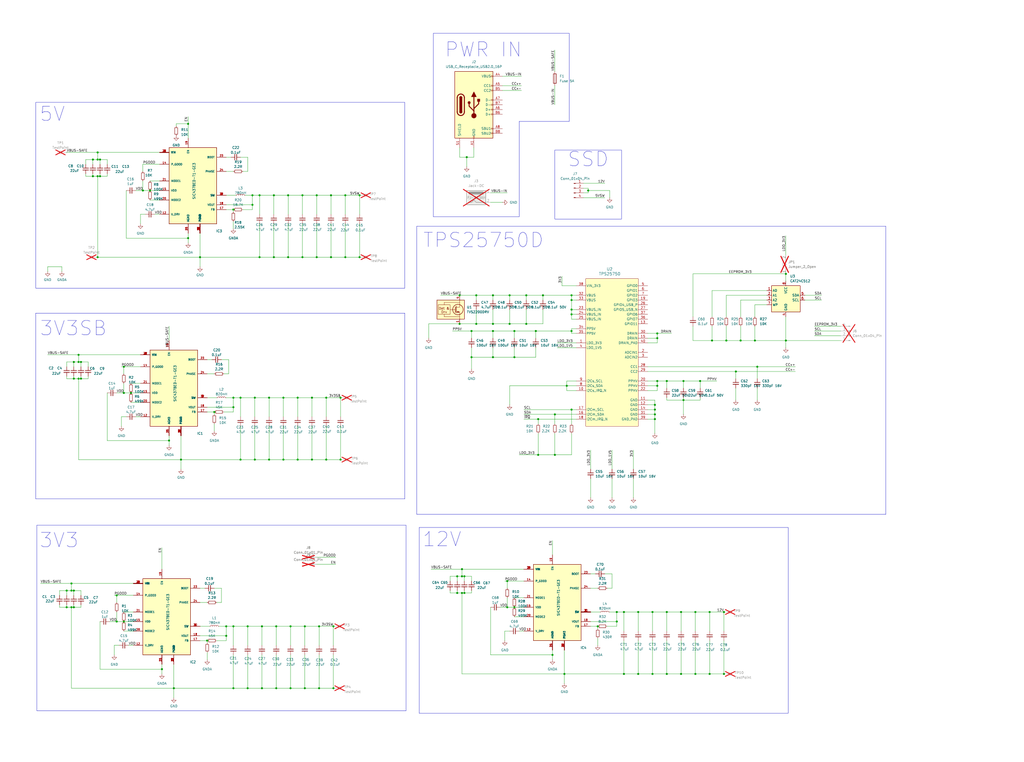
<source format=kicad_sch>
(kicad_sch (version 20250114) (generator "eeschema") (generator_version "9.0")
  (paper "User" 546.1 406.4)
  (lib_symbols
    (symbol "Connector:Conn_01x01_Pin" (pin_names (offset 1.016) (hide yes))
      (property "Reference" "J" (at 0 2.54 0))
      (property "Value" "Conn_01x01_Pin" (at 0 -2.54 0))
      (symbol "Conn_01x01_Pin_1_1"
        (pin passive line (at 5.08 0 180) (length 3.81) (name "Pin_1") (number "1"))
      )
    )
    (symbol "Connector:Conn_01x04_Pin" (pin_names (offset 1.016) (hide yes))
      (property "Reference" "J" (at 0 5.08 0))
      (property "Value" "Conn_01x04_Pin" (at 0 -7.62 0))
      (symbol "Conn_01x04_Pin_1_1"
        (pin passive line (at 5.08 2.54 180) (length 3.81) (name "Pin_1") (number "1"))
        (pin passive line (at 5.08 0 180) (length 3.81) (name "Pin_2") (number "2"))
        (pin passive line (at 5.08 -2.54 180) (length 3.81) (name "Pin_3") (number "3"))
        (pin passive line (at 5.08 -5.08 180) (length 3.81) (name "Pin_4") (number "4"))
      )
    )
    (symbol "Connector:Jack-DC" (pin_names (offset 1.016))
      (property "Reference" "J" (at 0 5.334 0))
      (property "Value" "Jack-DC" (at 0 -5.08 0))
      (symbol "Jack-DC_1_1"
        (pin passive line (at 7.62 2.54 180) (length 2.54) (name "~") (number "1"))
        (pin passive line (at 7.62 -2.54 180) (length 2.54) (name "~") (number "2"))
      )
    )
    (symbol "Connector:TestPoint" (pin_numbers (hide yes)) (pin_names (offset 0.762) (hide yes))
      (property "Reference" "TP" (at 0 6.858 0))
      (property "Value" "TestPoint" (at 0 5.08 0))
      (symbol "TestPoint_1_1"
        (pin passive line (at 0 0 90) (length 2.54) (name "1") (number "1"))
      )
    )
    (symbol "Connector:USB_C_Receptacle_USB2.0_16P" (pin_names (offset 1.016))
      (property "Reference" "J" (at 0 22.225 0))
      (property "Value" "USB_C_Receptacle_USB2.0_16P" (at 0 19.685 0))
      (symbol "USB_C_Receptacle_USB2.0_16P_1_1"
        (pin passive line (at -7.62 -22.86 90) (length 5.08) (name "SHIELD") (number "S1"))
        (pin passive line (at 0 -22.86 90) (length 5.08) (name "GND") (number "A1"))
        (pin passive line (at 0 -22.86 90) (length 5.08) (hide yes) (name "GND") (number "A12"))
        (pin passive line (at 0 -22.86 90) (length 5.08) (hide yes) (name "GND") (number "B1"))
        (pin passive line (at 0 -22.86 90) (length 5.08) (hide yes) (name "GND") (number "B12"))
        (pin passive line (at 15.24 15.24 180) (length 5.08) (name "VBUS") (number "A4"))
        (pin passive line (at 15.24 15.24 180) (length 5.08) (hide yes) (name "VBUS") (number "A9"))
        (pin passive line (at 15.24 15.24 180) (length 5.08) (hide yes) (name "VBUS") (number "B4"))
        (pin passive line (at 15.24 15.24 180) (length 5.08) (hide yes) (name "VBUS") (number "B9"))
        (pin bidirectional line (at 15.24 10.16 180) (length 5.08) (name "CC1") (number "A5"))
        (pin bidirectional line (at 15.24 7.62 180) (length 5.08) (name "CC2") (number "B5"))
        (pin bidirectional line (at 15.24 2.54 180) (length 5.08) (name "D-") (number "A7"))
        (pin bidirectional line (at 15.24 0 180) (length 5.08) (name "D-") (number "B7"))
        (pin bidirectional line (at 15.24 -2.54 180) (length 5.08) (name "D+") (number "A6"))
        (pin bidirectional line (at 15.24 -5.08 180) (length 5.08) (name "D+") (number "B6"))
        (pin bidirectional line (at 15.24 -12.7 180) (length 5.08) (name "SBU1") (number "A8"))
        (pin bidirectional line (at 15.24 -15.24 180) (length 5.08) (name "SBU2") (number "B8"))
      )
    )
    (symbol "Device:C_Small" (pin_numbers (hide yes)) (pin_names (offset 0.254) (hide yes))
      (property "Reference" "C" (at 0.254 1.778 0))
      (property "Value" "C_Small" (at 0.254 -2.032 0))
      (symbol "C_Small_1_1"
        (pin passive line (at 0 2.54 270) (length 2.032) (name "~") (number "1"))
        (pin passive line (at 0 -2.54 90) (length 2.032) (name "~") (number "2"))
      )
    )
    (symbol "Device:Fuse" (pin_numbers (hide yes)) (pin_names (offset 0))
      (property "Reference" "F" (at 2.032 0 90))
      (property "Value" "Fuse" (at -1.905 0 90))
      (symbol "Fuse_1_1"
        (pin passive line (at 0 3.81 270) (length 1.27) (name "~") (number "1"))
        (pin passive line (at 0 -3.81 90) (length 1.27) (name "~") (number "2"))
      )
    )
    (symbol "Device:L_Small" (pin_numbers (hide yes)) (pin_names (offset 0.254) (hide yes))
      (property "Reference" "L" (at 0.762 1.016 0))
      (property "Value" "L_Small" (at 0.762 -1.016 0))
      (symbol "L_Small_1_1"
        (pin passive line (at 0 2.54 270) (length 0.508) (name "~") (number "1"))
        (pin passive line (at 0 -2.54 90) (length 0.508) (name "~") (number "2"))
      )
    )
    (symbol "Device:R_Small" (pin_numbers (hide yes)) (pin_names (offset 0.254) (hide yes))
      (property "Reference" "R" (at 0.762 0.508 0))
      (property "Value" "R_Small" (at 0.762 -1.016 0))
      (symbol "R_Small_1_1"
        (pin passive line (at 0 2.54 270) (length 0.762) (name "~") (number "1"))
        (pin passive line (at 0 -2.54 90) (length 0.762) (name "~") (number "2"))
      )
    )
    (symbol "GND_1" (power) (pin_numbers (hide yes)) (pin_names (offset 0) (hide yes))
      (property "Value" "GND" (at 0 -3.81 0))
      (symbol "GND_1_1_1"
        (pin power_in line (at 0 0 270) (length 0) (name "~") (number "1"))
      )
    )
    (symbol "GND_10" (power) (pin_numbers (hide yes)) (pin_names (offset 0) (hide yes))
      (property "Value" "GND" (at 0 -3.81 0))
      (symbol "GND_10_1_1"
        (pin power_in line (at 0 0 270) (length 0) (name "~") (number "1"))
      )
    )
    (symbol "GND_11" (power) (pin_numbers (hide yes)) (pin_names (offset 0) (hide yes))
      (property "Value" "GND" (at 0 -3.81 0))
      (symbol "GND_11_1_1"
        (pin power_in line (at 0 0 270) (length 0) (name "~") (number "1"))
      )
    )
    (symbol "GND_12" (power) (pin_numbers (hide yes)) (pin_names (offset 0) (hide yes))
      (property "Value" "GND" (at 0 -3.81 0))
      (symbol "GND_12_1_1"
        (pin power_in line (at 0 0 270) (length 0) (name "~") (number "1"))
      )
    )
    (symbol "GND_14" (power) (pin_numbers (hide yes)) (pin_names (offset 0) (hide yes))
      (property "Value" "GND" (at 0 -3.81 0))
      (symbol "GND_14_1_1"
        (pin power_in line (at 0 0 270) (length 0) (name "~") (number "1"))
      )
    )
    (symbol "GND_15" (power) (pin_numbers (hide yes)) (pin_names (offset 0) (hide yes))
      (property "Value" "GND" (at 0 -3.81 0))
      (symbol "GND_15_1_1"
        (pin power_in line (at 0 0 270) (length 0) (name "~") (number "1"))
      )
    )
    (symbol "GND_16" (power) (pin_numbers (hide yes)) (pin_names (offset 0) (hide yes))
      (property "Value" "GND" (at 0 -3.81 0))
      (symbol "GND_16_1_1"
        (pin power_in line (at 0 0 270) (length 0) (name "~") (number "1"))
      )
    )
    (symbol "GND_2" (power) (pin_numbers (hide yes)) (pin_names (offset 0) (hide yes))
      (property "Value" "GND" (at 0 -3.81 0))
      (symbol "GND_2_1_1"
        (pin power_in line (at 0 0 270) (length 0) (name "~") (number "1"))
      )
    )
    (symbol "GND_3" (power) (pin_numbers (hide yes)) (pin_names (offset 0) (hide yes))
      (property "Value" "GND" (at 0 -3.81 0))
      (symbol "GND_3_1_1"
        (pin power_in line (at 0 0 270) (length 0) (name "~") (number "1"))
      )
    )
    (symbol "GND_4" (power) (pin_numbers (hide yes)) (pin_names (offset 0) (hide yes))
      (property "Value" "GND" (at 0 -3.81 0))
      (symbol "GND_4_1_1"
        (pin power_in line (at 0 0 270) (length 0) (name "~") (number "1"))
      )
    )
    (symbol "GND_6" (power) (pin_numbers (hide yes)) (pin_names (offset 0) (hide yes))
      (property "Value" "GND" (at 0 -3.81 0))
      (symbol "GND_6_1_1"
        (pin power_in line (at 0 0 270) (length 0) (name "~") (number "1"))
      )
    )
    (symbol "GND_7" (power) (pin_numbers (hide yes)) (pin_names (offset 0) (hide yes))
      (property "Value" "GND" (at 0 -3.81 0))
      (symbol "GND_7_1_1"
        (pin power_in line (at 0 0 270) (length 0) (name "~") (number "1"))
      )
    )
    (symbol "GND_8" (power) (pin_numbers (hide yes)) (pin_names (offset 0) (hide yes))
      (property "Value" "GND" (at 0 -3.81 0))
      (symbol "GND_8_1_1"
        (pin power_in line (at 0 0 270) (length 0) (name "~") (number "1"))
      )
    )
    (symbol "GND_9" (power) (pin_numbers (hide yes)) (pin_names (offset 0) (hide yes))
      (property "Value" "GND" (at 0 -3.81 0))
      (symbol "GND_9_1_1"
        (pin power_in line (at 0 0 270) (length 0) (name "~") (number "1"))
      )
    )
    (symbol "Jumper:Jumper_2_Open" (pin_names (offset 0) (hide yes))
      (property "Reference" "JP" (at 0 2.794 0))
      (property "Value" "Jumper_2_Open" (at 0 -2.286 0))
      (symbol "Jumper_2_Open_1_1"
        (pin passive line (at -5.08 0 0) (length 2.54) (name "A") (number "1"))
        (pin passive line (at 5.08 0 180) (length 2.54) (name "B") (number "2"))
      )
    )
    (symbol "Memory_EEPROM:CAT24C512"
      (property "Reference" "U4" (at 2.1941 10.16 0))
      (property "Value" "CAT24C512" (at 2.1941 7.62 0))
      (symbol "CAT24C512_1_1"
        (pin input line (at -10.16 2.54 0) (length 2.54) (name "A0") (number "1"))
        (pin input line (at -10.16 0 0) (length 2.54) (name "A1") (number "2"))
        (pin input line (at -10.16 -2.54 0) (length 2.54) (name "A2") (number "3"))
        (pin input line (at -10.16 -5.08 0) (length 2.54) (name "WP") (number "7"))
        (pin power_in line (at 0 7.62 270) (length 2.54) (name "VCC") (number "8"))
        (pin power_in line (at 0 -11.43 90) (length 2.54) (name "GND") (number "4"))
        (pin bidirectional line (at 10.16 0 180) (length 2.54) (name "SDA") (number "5"))
        (pin input line (at 10.16 -2.54 180) (length 2.54) (name "SCL") (number "6"))
      )
    )
    (symbol "Power_Protection:TVS2200DRV" (pin_names (offset 0) (hide yes))
      (property "Reference" "U" (at 2.54 1.27 0))
      (property "Value" "TVS2200DRV" (at 2.54 -1.27 0))
      (symbol "TVS2200DRV_0_0"
        (text "Det &" (at -8.255 0.635 0) (effects (font (size 1.27 1.27))))
        (text "Drv" (at -8.255 -1.27 0) (effects (font (size 1.27 1.27))))
      )
      (symbol "TVS2200DRV_1_1"
        (pin passive line (at 0 7.62 270) (length 2.54) (name "IN") (number "4"))
        (pin passive line (at 0 7.62 270) (length 2.54) (hide yes) (name "IN") (number "5"))
        (pin passive line (at 0 7.62 270) (length 2.54) (hide yes) (name "IN") (number "6"))
        (pin power_in line (at 0 -7.62 90) (length 2.54) (name "GND") (number "1"))
        (pin passive line (at 0 -7.62 90) (length 2.54) (hide yes) (name "GND") (number "2"))
        (pin passive line (at 0 -7.62 90) (length 2.54) (hide yes) (name "GND") (number "3"))
        (pin passive line (at 0 -7.62 90) (length 2.54) (hide yes) (name "GND") (number "7"))
      )
    )
    (symbol "SIC437BED-T1-GE3:SIC437BED-T1-GE3" (pin_names (offset 1.016))
      (property "Reference" "IC3" (at 31.75 -41.91 0))
      (property "Value" "SIC437BED-T1-GE3" (at 18.415 -15.24 90))
      (symbol "SIC437BED-T1-GE3_0_0"
        (pin bidirectional line (at 0 0 0) (length 5.08) (name "VIN") (number "1"))
        (pin bidirectional line (at 0 0 0) (length 5.08) (name "VIN") (number "2"))
        (pin bidirectional line (at 0 0 0) (length 5.08) (name "VIN") (number "22"))
        (pin bidirectional line (at 0 0 0) (length 5.08) (name "VIN") (number "26"))
        (pin bidirectional line (at 0 -6.35 0) (length 5.08) (name "P_GOOD") (number "14"))
        (pin bidirectional line (at 0 -15.24 0) (length 5.08) (name "MODE1") (number "21"))
        (pin bidirectional line (at 0 -20.32 0) (length 5.08) (name "VDD") (number "15"))
        (pin bidirectional line (at 0 -25.4 0) (length 5.08) (name "MODE2") (number "20"))
        (pin bidirectional line (at 0 -33.02 0) (length 5.08) (name "V_DRV") (number "12"))
        (pin bidirectional line (at 15.24 7.62 270) (length 5.08) (name "EN") (number "19"))
        (pin bidirectional line (at 15.24 -43.18 90) (length 5.08) (name "AGND") (number "16"))
        (pin bidirectional line (at 15.24 -43.18 90) (length 5.08) (name "AGND") (number "25"))
        (pin bidirectional line (at 21.59 -43.18 90) (length 5.08) (name "PGND") (number "13"))
        (pin bidirectional line (at 21.59 -43.18 90) (length 5.08) (name "PGND") (number "27"))
        (pin bidirectional line (at 21.59 -43.18 90) (length 5.08) (name "PGND") (number "29"))
        (pin bidirectional line (at 21.59 -43.18 90) (length 5.08) (name "PGND") (number "3"))
        (pin bidirectional line (at 21.59 -43.18 90) (length 5.08) (name "PGND") (number "4"))
        (pin bidirectional line (at 35.56 -2.54 180) (length 5.08) (name "BOOT") (number "23"))
        (pin bidirectional line (at 35.56 -10.16 180) (length 5.08) (name "PHASE") (number "24"))
        (pin bidirectional line (at 35.56 -22.86 180) (length 5.08) (name "SW") (number "30"))
        (pin bidirectional line (at 35.56 -22.86 180) (length 5.08) (name "SW") (number "5"))
        (pin bidirectional line (at 35.56 -22.86 180) (length 5.08) (name "SW") (number "6"))
        (pin bidirectional line (at 35.56 -22.86 180) (length 5.08) (name "SW") (number "7"))
        (pin bidirectional line (at 35.56 -22.86 180) (length 5.08) (name "SW") (number "8"))
        (pin bidirectional line (at 35.56 -22.86 180) (length 5.08) (name "SW") (number "9"))
        (pin bidirectional line (at 35.56 -27.94 180) (length 5.08) (name "VOUT") (number "18"))
        (pin bidirectional line (at 35.56 -30.48 180) (length 5.08) (name "FB") (number "17"))
      )
    )
    (symbol "SIC437BED-T1-GE3_1" (pin_names (offset 1.016))
      (property "Reference" "IC1" (at 31.75 -41.91 0))
      (property "Value" "SIC437BED-T1-GE3" (at 18.415 -15.24 90))
      (symbol "SIC437BED-T1-GE3_1_0_0"
        (pin bidirectional line (at 0 0 0) (length 5.08) (name "VIN") (number "1"))
        (pin bidirectional line (at 0 0 0) (length 5.08) (name "VIN") (number "2"))
        (pin bidirectional line (at 0 0 0) (length 5.08) (name "VIN") (number "22"))
        (pin bidirectional line (at 0 0 0) (length 5.08) (name "VIN") (number "26"))
        (pin bidirectional line (at 0 -6.35 0) (length 5.08) (name "P_GOOD") (number "14"))
        (pin bidirectional line (at 0 -15.24 0) (length 5.08) (name "MODE1") (number "21"))
        (pin bidirectional line (at 0 -20.32 0) (length 5.08) (name "VDD") (number "15"))
        (pin bidirectional line (at 0 -25.4 0) (length 5.08) (name "MODE2") (number "20"))
        (pin bidirectional line (at 0 -33.02 0) (length 5.08) (name "V_DRV") (number "12"))
        (pin bidirectional line (at 15.24 7.62 270) (length 5.08) (name "EN") (number "19"))
        (pin bidirectional line (at 15.24 -43.18 90) (length 5.08) (name "AGND") (number "16"))
        (pin bidirectional line (at 15.24 -43.18 90) (length 5.08) (name "AGND") (number "25"))
        (pin bidirectional line (at 21.59 -43.18 90) (length 5.08) (name "PGND") (number "13"))
        (pin bidirectional line (at 21.59 -43.18 90) (length 5.08) (name "PGND") (number "27"))
        (pin bidirectional line (at 21.59 -43.18 90) (length 5.08) (name "PGND") (number "29"))
        (pin bidirectional line (at 21.59 -43.18 90) (length 5.08) (name "PGND") (number "3"))
        (pin bidirectional line (at 21.59 -43.18 90) (length 5.08) (name "PGND") (number "4"))
        (pin bidirectional line (at 35.56 -2.54 180) (length 5.08) (name "BOOT") (number "23"))
        (pin bidirectional line (at 35.56 -10.16 180) (length 5.08) (name "PHASE") (number "24"))
        (pin bidirectional line (at 35.56 -22.86 180) (length 5.08) (name "SW") (number "30"))
        (pin bidirectional line (at 35.56 -22.86 180) (length 5.08) (name "SW") (number "5"))
        (pin bidirectional line (at 35.56 -22.86 180) (length 5.08) (name "SW") (number "6"))
        (pin bidirectional line (at 35.56 -22.86 180) (length 5.08) (name "SW") (number "7"))
        (pin bidirectional line (at 35.56 -22.86 180) (length 5.08) (name "SW") (number "8"))
        (pin bidirectional line (at 35.56 -22.86 180) (length 5.08) (name "SW") (number "9"))
        (pin bidirectional line (at 35.56 -27.94 180) (length 5.08) (name "VOUT") (number "18"))
        (pin bidirectional line (at 35.56 -30.48 180) (length 5.08) (name "FB") (number "17"))
      )
    )
    (symbol "SIC437BED-T1-GE3_4" (pin_names (offset 1.016))
      (property "Reference" "IC2" (at 31.75 -41.91 0))
      (property "Value" "SIC437BED-T1-GE3" (at 18.415 -15.24 90))
      (symbol "SIC437BED-T1-GE3_4_0_0"
        (pin bidirectional line (at 0 0 0) (length 5.08) (name "VIN") (number "1"))
        (pin bidirectional line (at 0 0 0) (length 5.08) (name "VIN") (number "2"))
        (pin bidirectional line (at 0 0 0) (length 5.08) (name "VIN") (number "22"))
        (pin bidirectional line (at 0 0 0) (length 5.08) (name "VIN") (number "26"))
        (pin bidirectional line (at 0 -6.35 0) (length 5.08) (name "P_GOOD") (number "14"))
        (pin bidirectional line (at 0 -15.24 0) (length 5.08) (name "MODE1") (number "21"))
        (pin bidirectional line (at 0 -20.32 0) (length 5.08) (name "VDD") (number "15"))
        (pin bidirectional line (at 0 -25.4 0) (length 5.08) (name "MODE2") (number "20"))
        (pin bidirectional line (at 0 -33.02 0) (length 5.08) (name "V_DRV") (number "12"))
        (pin bidirectional line (at 15.24 7.62 270) (length 5.08) (name "EN") (number "19"))
        (pin bidirectional line (at 15.24 -43.18 90) (length 5.08) (name "AGND") (number "16"))
        (pin bidirectional line (at 15.24 -43.18 90) (length 5.08) (name "AGND") (number "25"))
        (pin bidirectional line (at 21.59 -43.18 90) (length 5.08) (name "PGND") (number "13"))
        (pin bidirectional line (at 21.59 -43.18 90) (length 5.08) (name "PGND") (number "27"))
        (pin bidirectional line (at 21.59 -43.18 90) (length 5.08) (name "PGND") (number "29"))
        (pin bidirectional line (at 21.59 -43.18 90) (length 5.08) (name "PGND") (number "3"))
        (pin bidirectional line (at 21.59 -43.18 90) (length 5.08) (name "PGND") (number "4"))
        (pin bidirectional line (at 35.56 -2.54 180) (length 5.08) (name "BOOT") (number "23"))
        (pin bidirectional line (at 35.56 -10.16 180) (length 5.08) (name "PHASE") (number "24"))
        (pin bidirectional line (at 35.56 -22.86 180) (length 5.08) (name "SW") (number "30"))
        (pin bidirectional line (at 35.56 -22.86 180) (length 5.08) (name "SW") (number "5"))
        (pin bidirectional line (at 35.56 -22.86 180) (length 5.08) (name "SW") (number "6"))
        (pin bidirectional line (at 35.56 -22.86 180) (length 5.08) (name "SW") (number "7"))
        (pin bidirectional line (at 35.56 -22.86 180) (length 5.08) (name "SW") (number "8"))
        (pin bidirectional line (at 35.56 -22.86 180) (length 5.08) (name "SW") (number "9"))
        (pin bidirectional line (at 35.56 -27.94 180) (length 5.08) (name "VOUT") (number "18"))
        (pin bidirectional line (at 35.56 -30.48 180) (length 5.08) (name "FB") (number "17"))
      )
    )
    (symbol "TPS25750D:PTPS25750DRJKT" (pin_names (offset 0.254))
      (property "Reference" "U" (at 0 10.16 0))
      (property "Value" "PTPS25750DRJKT" (at 0.254 7.112 0))
      (symbol "PTPS25750DRJKT_0_1"
        (pin power_in line (at 0 0 0) (length 5.08) (name "VIN_3V3") (number "38"))
        (pin power_in line (at 0 -5.08 0) (length 5.08) (name "VBUS") (number "32"))
        (pin power_in line (at 0 -7.62 0) (length 5.08) (name "VBUS") (number "33"))
        (pin power_in line (at 0 -12.7 0) (length 5.08) (name "VBUS_IN") (number "23"))
        (pin power_in line (at 0 -15.24 0) (length 5.08) (name "VBUS_IN") (number "24"))
        (pin power_in line (at 0 -17.78 0) (length 5.08) (name "VBUS_IN") (number "25"))
        (pin power_in line (at 0 -22.86 0) (length 5.08) (name "PP5V") (number "34"))
        (pin power_in line (at 0 -25.4 0) (length 5.08) (name "PP5V") (number "35"))
        (pin unspecified line (at 0 -30.48 0) (length 5.08) (name "LDO_3V3") (number "1"))
        (pin unspecified line (at 0 -33.02 0) (length 5.08) (name "LDO_1V5") (number "4"))
        (pin input line (at 0 -50.8 0) (length 5.08) (name "I2Cs_SCL") (number "9"))
        (pin bidirectional line (at 0 -53.34 0) (length 5.08) (name "I2Cs_SDA") (number "8"))
        (pin output line (at 0 -55.88 0) (length 5.08) (name "I2Cs_IRQ_N") (number "10"))
        (pin output line (at 0 -66.04 0) (length 5.08) (name "I2Cm_SCL") (number "17"))
        (pin bidirectional line (at 0 -68.58 0) (length 5.08) (name "I2Cm_SDA") (number "16"))
        (pin input line (at 0 -71.12 0) (length 5.08) (name "I2Cm_IRQ_N") (number "18"))
        (pin bidirectional line (at 38.1 0 180) (length 5.08) (name "GPIO0") (number "5"))
        (pin bidirectional line (at 38.1 -2.54 180) (length 5.08) (name "GPIO1") (number "6"))
        (pin bidirectional line (at 38.1 -5.08 180) (length 5.08) (name "GPIO2") (number "7"))
        (pin bidirectional line (at 38.1 -7.62 180) (length 5.08) (name "GPIO3") (number "19"))
        (pin bidirectional line (at 38.1 -10.16 180) (length 5.08) (name "GPIO4_USB_P") (number "26"))
        (pin bidirectional line (at 38.1 -12.7 180) (length 5.08) (name "GPIO5_USB_N") (number "27"))
        (pin bidirectional line (at 38.1 -15.24 180) (length 5.08) (name "GPIO6") (number "37"))
        (pin bidirectional line (at 38.1 -17.78 180) (length 5.08) (name "GPIO7") (number "36"))
        (pin bidirectional line (at 38.1 -20.32 180) (length 5.08) (name "GPIO11") (number "13"))
        (pin unspecified line (at 38.1 -25.4 180) (length 5.08) (name "DRAIN") (number "30"))
        (pin unspecified line (at 38.1 -27.94 180) (length 5.08) (name "DRAIN") (number "15"))
        (pin unspecified line (at 38.1 -30.48 180) (length 5.08) (name "DRAIN_PAD") (number "40"))
        (pin unspecified line (at 38.1 -35.56 180) (length 5.08) (name "ADCIN1") (number "2"))
        (pin unspecified line (at 38.1 -38.1 180) (length 5.08) (name "ADCIN2") (number "3"))
        (pin unspecified line (at 38.1 -43.18 180) (length 5.08) (name "CC1") (number "28"))
        (pin unspecified line (at 38.1 -45.72 180) (length 5.08) (name "CC2") (number "29"))
        (pin unspecified line (at 38.1 -50.8 180) (length 5.08) (name "PPHV") (number "20"))
        (pin unspecified line (at 38.1 -53.34 180) (length 5.08) (name "PPHV") (number "21"))
        (pin unspecified line (at 38.1 -55.88 180) (length 5.08) (name "PPHV") (number "22"))
        (pin power_in line (at 38.1 -60.96 180) (length 5.08) (name "GND") (number "11"))
        (pin power_in line (at 38.1 -63.5 180) (length 5.08) (name "GND") (number "12"))
        (pin power_in line (at 38.1 -66.04 180) (length 5.08) (name "GND") (number "14"))
        (pin power_in line (at 38.1 -68.58 180) (length 5.08) (name "GND") (number "31"))
        (pin power_in line (at 38.1 -71.12 180) (length 5.08) (name "GND_PAD") (number "39"))
      )
    )
    (symbol "power:GND" (power) (pin_names (offset 0))
      (property "Value" "GND" (at 0 -3.81 0))
      (symbol "GND_1_1"
        (pin power_in line (at 0 0 270) (length 0) (hide yes) (name "GND") (number "1"))
      )
    )
    (symbol "power:GNDA" (power) (pin_names (offset 0))
      (property "Value" "GNDA" (at 0 -3.81 0))
      (symbol "GNDA_1_1"
        (pin power_in line (at 0 0 270) (length 0) (hide yes) (name "GNDA") (number "1"))
      )
    )
  )
  (rectangle (start 19.05 167.005) (end 215.9 266.065))
  (rectangle (start 223.52 281.305) (end 420.37 380.365))
  (rectangle (start 19.685 280.035) (end 216.535 379.095))
  (rectangle (start 222.25 120.65) (end 472.44 274.32))
  (rectangle (start 19.05 54.61) (end 215.9 153.67))
  (rectangle (start 295.91 80.01) (end 331.47 116.84))
  (text "PWR IN" (at 257.81 26.67 0) (effects (font (size 7.62 7.62))))
  (text "3V3" (at 31.496 288.29 0) (effects (font (size 7.62 7.62))))
  (text "12V" (at 235.712 287.782 0) (effects (font (size 7.62 7.62))))
  (text "5V" (at 27.94 60.96 0) (effects (font (size 7.62 7.62))))
  (text "3V3SB" (at 39.116 175.26 0) (effects (font (size 7.62 7.62))))
  (text "SSD" (at 313.69 85.09 0) (effects (font (size 7.62 7.62))))
  (text "TPS25750D" (at 257.81 128.27 0) (effects (font (size 7.62 7.62))))
  (junction (at 62.23 317.5))
  (junction (at 271.78 157.48))
  (junction (at 370.84 326.39))
  (junction (at 350.52 180.34))
  (junction (at 262.89 190.5))
  (junction (at 300.99 359.41))
  (junction (at 69.85 209.55))
  (junction (at 128.27 212.09))
  (junction (at 39.37 193.04))
  (junction (at 304.8 218.44))
  (junction (at 146.05 137.16))
  (junction (at 289.56 157.48))
  (junction (at 313.69 101.6))
  (junction (at 66.04 331.47))
  (junction (at 39.37 323.85))
  (junction (at 247.65 307.34))
  (junction (at 100.33 127))
  (junction (at 124.46 217.17))
  (junction (at 139.7 367.03))
  (junction (at 386.08 326.39))
  (junction (at 38.1 323.85))
  (junction (at 161.29 104.14))
  (junction (at 254 157.48))
  (junction (at 184.15 104.14))
  (junction (at 100.33 66.04))
  (junction (at 340.36 359.41))
  (junction (at 53.34 85.09))
  (junction (at 304.8 167.64))
  (junction (at 166.37 212.09))
  (junction (at 110.49 341.63))
  (junction (at 80.01 101.6))
  (junction (at 66.04 209.55))
  (junction (at 378.46 326.39))
  (junction (at 92.71 367.03))
  (junction (at 177.8 334.01))
  (junction (at 49.53 93.98))
  (junction (at 350.52 203.2))
  (junction (at 90.17 234.95))
  (junction (at 143.51 245.11))
  (junction (at 340.36 326.39))
  (junction (at 134.62 109.22))
  (junction (at 154.94 367.03))
  (junction (at 154.94 334.01))
  (junction (at 191.77 104.14))
  (junction (at 243.84 307.34))
  (junction (at 35.56 323.85))
  (junction (at 419.1 181.61))
  (junction (at 318.77 334.01))
  (junction (at 151.13 212.09))
  (junction (at 294.64 349.25))
  (junction (at 153.67 104.14))
  (junction (at 181.61 245.11))
  (junction (at 132.08 334.01))
  (junction (at 262.89 172.72))
  (junction (at 39.37 201.93))
  (junction (at 270.51 309.88))
  (junction (at 370.84 359.41))
  (junction (at 96.52 245.11))
  (junction (at 132.08 367.03))
  (junction (at 262.89 157.48))
  (junction (at 124.46 367.03))
  (junction (at 304.8 157.48))
  (junction (at 363.22 359.41))
  (junction (at 285.75 176.53))
  (junction (at 251.46 176.53))
  (junction (at 181.61 212.09))
  (junction (at 295.91 220.98))
  (junction (at 134.62 104.14))
  (junction (at 271.78 172.72))
  (junction (at 349.25 215.9))
  (junction (at 379.73 181.61))
  (junction (at 168.91 137.16))
  (junction (at 387.35 181.61))
  (junction (at 162.56 367.03))
  (junction (at 114.3 219.71))
  (junction (at 274.32 323.85))
  (junction (at 173.99 212.09))
  (junction (at 403.86 195.58))
  (junction (at 247.65 316.23))
  (junction (at 394.97 181.61))
  (junction (at 35.56 314.96))
  (junction (at 349.25 223.52))
  (junction (at 168.91 104.14))
  (junction (at 349.25 218.44))
  (junction (at 349.25 220.98))
  (junction (at 135.89 212.09))
  (junction (at 170.18 334.01))
  (junction (at 274.32 190.5))
  (junction (at 52.07 85.09))
  (junction (at 386.08 359.41))
  (junction (at 191.77 137.16))
  (junction (at 143.51 212.09))
  (junction (at 66.04 195.58))
  (junction (at 248.92 83.82))
  (junction (at 347.98 359.41))
  (junction (at 52.07 81.28))
  (junction (at 173.99 245.11))
  (junction (at 251.46 190.5))
  (junction (at 328.93 331.47))
  (junction (at 128.27 245.11))
  (junction (at 350.52 177.8))
  (junction (at 419.1 146.05))
  (junction (at 350.52 205.74))
  (junction (at 295.91 242.57))
  (junction (at 246.38 303.53))
  (junction (at 120.65 339.09))
  (junction (at 328.93 326.39))
  (junction (at 162.56 334.01))
  (junction (at 43.18 193.04))
  (junction (at 355.6 203.2))
  (junction (at 62.23 331.47))
  (junction (at 124.46 334.01))
  (junction (at 76.2 101.6))
  (junction (at 280.67 157.48))
  (junction (at 41.91 193.04))
  (junction (at 246.38 307.34))
  (junction (at 161.29 137.16))
  (junction (at 41.91 189.23))
  (junction (at 38.1 314.96))
  (junction (at 41.91 201.93))
  (junction (at 245.11 157.48))
  (junction (at 302.26 205.74))
  (junction (at 332.74 359.41))
  (junction (at 304.8 160.02))
  (junction (at 184.15 137.16))
  (junction (at 304.8 165.1))
  (junction (at 262.89 176.53))
  (junction (at 392.43 198.12))
  (junction (at 373.38 203.2))
  (junction (at 176.53 104.14))
  (junction (at 274.32 176.53))
  (junction (at 287.02 223.52))
  (junction (at 246.38 316.23))
  (junction (at 135.89 245.11))
  (junction (at 280.67 172.72))
  (junction (at 243.84 316.23))
  (junction (at 106.68 137.16))
  (junction (at 147.32 334.01))
  (junction (at 52.07 93.98))
  (junction (at 38.1 311.15))
  (junction (at 151.13 245.11))
  (junction (at 43.18 201.93))
  (junction (at 363.22 326.39))
  (junction (at 270.51 323.85))
  (junction (at 39.37 314.96))
  (junction (at 124.46 111.76))
  (junction (at 304.8 176.53))
  (junction (at 49.53 85.09))
  (junction (at 355.6 326.39))
  (junction (at 378.46 359.41))
  (junction (at 138.43 104.14))
  (junction (at 176.53 137.16))
  (junction (at 166.37 245.11))
  (junction (at 158.75 245.11))
  (junction (at 53.34 93.98))
  (junction (at 158.75 212.09))
  (junction (at 332.74 326.39))
  (junction (at 120.65 334.01))
  (junction (at 146.05 104.14))
  (junction (at 139.7 334.01))
  (junction (at 355.6 359.41))
  (junction (at 287.02 242.57))
  (junction (at 254 172.72))
  (junction (at 402.59 181.61))
  (junction (at 147.32 367.03))
  (junction (at 177.8 367.03))
  (junction (at 364.49 213.36))
  (junction (at 52.07 137.16))
  (junction (at 86.36 356.87))
  (junction (at 124.46 212.09))
  (junction (at 364.49 203.2))
  (junction (at 153.67 137.16))
  (junction (at 170.18 367.03))
  (junction (at 138.43 137.16))
  (junction (at 245.11 172.72))
  (junction (at 347.98 326.39))
  (bus_entry (at -39.37 290.83) (size 2.54 2.54))
  (wire (pts (xy 162.56 367.03) (xy 170.18 367.03)))
  (wire (pts (xy 285.75 176.53) (xy 274.32 176.53)))
  (wire (pts (xy 369.57 181.61) (xy 379.73 181.61)))
  (wire (pts (xy 135.89 212.09) (xy 143.51 212.09)))
  (wire (pts (xy 287.02 231.14) (xy 287.02 242.57)))
  (wire (pts (xy 323.85 334.01) (xy 328.93 334.01)))
  (wire (pts (xy 419.1 181.61) (xy 448.31 181.61)))
  (wire (pts (xy 326.39 255.27) (xy 326.39 265.43)))
  (wire (pts (xy 386.08 341.63) (xy 386.08 359.41)))
  (wire (pts (xy 62.23 326.39) (xy 62.23 331.47)))
  (wire (pts (xy 304.8 157.48) (xy 307.34 157.48)))
  (wire (pts (xy 279.4 220.98) (xy 295.91 220.98)))
  (wire (pts (xy 100.33 127) (xy 100.33 124.46)))
  (wire (pts (xy 173.99 212.09) (xy 181.61 212.09)))
  (wire (pts (xy 124.46 344.17) (xy 124.46 334.01)))
  (wire (pts (xy 337.82 240.03) (xy 337.82 250.19)))
  (wire (pts (xy 139.7 367.03) (xy 147.32 367.03)))
  (wire (pts (xy 311.15 105.41) (xy 322.58 105.41)))
  (wire (pts (xy 120.65 83.82) (xy 123.19 83.82)))
  (wire (pts (xy 247.65 309.88) (xy 247.65 307.34)))
  (wire (pts (xy 369.57 146.05) (xy 369.57 168.91)))
  (wire (pts (xy 39.37 317.5) (xy 39.37 314.96)))
  (wire (pts (xy 251.46 185.42) (xy 251.46 190.5)))
  (wire (pts (xy 67.31 101.6) (xy 67.31 127)))
  (wire (pts (xy 115.57 341.63) (xy 120.65 341.63)))
  (wire (pts (xy 52.07 81.28) (xy 85.09 81.28)))
  (wire (pts (xy 143.51 212.09) (xy 151.13 212.09)))
  (wire (pts (xy 262.89 157.48) (xy 271.78 157.48)))
  (wire (pts (xy 60.96 344.17) (xy 60.96 349.25)))
  (wire (pts (xy 161.29 137.16) (xy 168.91 137.16)))
  (wire (pts (xy 147.32 367.03) (xy 154.94 367.03)))
  (wire (pts (xy 118.11 191.77) (xy 121.92 191.77)))
  (wire (pts (xy 304.8 218.44) (xy 304.8 226.06)))
  (wire (pts (xy 378.46 359.41) (xy 386.08 359.41)))
  (wire (pts (xy 328.93 326.39) (xy 332.74 326.39)))
  (wire (pts (xy 262.89 157.48) (xy 262.89 160.02)))
  (wire (pts (xy 251.46 176.53) (xy 251.46 180.34)))
  (wire (pts (xy 168.91 300.99) (xy 179.07 300.99)))
  (wire (pts (xy 394.97 173.99) (xy 394.97 181.61)))
  (polyline (pts (xy 276.86 64.77) (xy 276.86 115.57)))
  (wire (pts (xy 166.37 222.25) (xy 166.37 212.09)))
  (wire (pts (xy 364.49 212.09) (xy 364.49 213.36)))
  (wire (pts (xy 86.36 292.1) (xy 86.36 303.53)))
  (wire (pts (xy 314.96 334.01) (xy 318.77 334.01)))
  (wire (pts (xy 276.86 336.55) (xy 279.4 336.55)))
  (wire (pts (xy 168.91 297.18) (xy 179.07 297.18)))
  (wire (pts (xy 96.52 245.11) (xy 128.27 245.11)))
  (wire (pts (xy 168.91 104.14) (xy 176.53 104.14)))
  (wire (pts (xy 41.91 193.04) (xy 43.18 193.04)))
  (wire (pts (xy 295.91 38.1) (xy 295.91 26.67)))
  (wire (pts (xy 246.38 316.23) (xy 247.65 316.23)))
  (wire (pts (xy 58.42 331.47) (xy 62.23 331.47)))
  (wire (pts (xy 173.99 245.11) (xy 181.61 245.11)))
  (wire (pts (xy 173.99 227.33) (xy 173.99 245.11)))
  (wire (pts (xy 90.17 173.99) (xy 90.17 181.61)))
  (wire (pts (xy 332.74 326.39) (xy 340.36 326.39)))
  (wire (pts (xy 285.75 176.53) (xy 285.75 180.34)))
  (wire (pts (xy 349.25 215.9) (xy 349.25 218.44)))
  (wire (pts (xy 168.91 119.38) (xy 168.91 137.16)))
  (wire (pts (xy 69.85 209.55) (xy 74.93 209.55)))
  (wire (pts (xy 373.38 203.2) (xy 382.27 203.2)))
  (wire (pts (xy 52.07 137.16) (xy 106.68 137.16)))
  (wire (pts (xy 41.91 201.93) (xy 41.91 245.11)))
  (wire (pts (xy 340.36 326.39) (xy 347.98 326.39)))
  (wire (pts (xy 340.36 341.63) (xy 340.36 359.41)))
  (wire (pts (xy 110.49 219.71) (xy 114.3 219.71)))
  (wire (pts (xy 68.58 344.17) (xy 71.12 344.17)))
  (wire (pts (xy 370.84 341.63) (xy 370.84 359.41)))
  (wire (pts (xy 170.18 367.03) (xy 177.8 367.03)))
  (wire (pts (xy 170.18 349.25) (xy 170.18 367.03)))
  (wire (pts (xy 135.89 245.11) (xy 143.51 245.11)))
  (wire (pts (xy 279.4 223.52) (xy 287.02 223.52)))
  (wire (pts (xy 340.36 336.55) (xy 340.36 326.39)))
  (wire (pts (xy 168.91 114.3) (xy 168.91 104.14)))
  (wire (pts (xy 138.43 119.38) (xy 138.43 137.16)))
  (wire (pts (xy 41.91 189.23) (xy 41.91 193.04)))
  (wire (pts (xy 274.32 323.85) (xy 279.4 323.85)))
  (wire (pts (xy 162.56 349.25) (xy 162.56 367.03)))
  (wire (pts (xy 248.92 83.82) (xy 248.92 88.9)))
  (wire (pts (xy 402.59 173.99) (xy 402.59 181.61)))
  (wire (pts (xy 254 165.1) (xy 254 172.72)))
  (wire (pts (xy 66.04 195.58) (xy 74.93 195.58)))
  (wire (pts (xy 392.43 198.12) (xy 424.18 198.12)))
  (wire (pts (xy 132.08 83.82) (xy 132.08 91.44)))
  (wire (pts (xy 270.51 318.77) (xy 270.51 323.85)))
  (wire (pts (xy 116.84 334.01) (xy 120.65 334.01)))
  (wire (pts (xy 143.51 222.25) (xy 143.51 212.09)))
  (wire (pts (xy 349.25 218.44) (xy 349.25 220.98)))
  (wire (pts (xy 347.98 341.63) (xy 347.98 359.41)))
  (wire (pts (xy 246.38 316.23) (xy 246.38 359.41)))
  (wire (pts (xy 302.26 205.74) (xy 307.34 205.74)))
  (wire (pts (xy 138.43 104.14) (xy 146.05 104.14)))
  (wire (pts (xy 402.59 162.56) (xy 408.94 162.56)))
  (wire (pts (xy 120.65 91.44) (xy 124.46 91.44)))
  (wire (pts (xy 266.7 323.85) (xy 270.51 323.85)))
  (wire (pts (xy 345.44 215.9) (xy 349.25 215.9)))
  (wire (pts (xy 46.99 201.93) (xy 46.99 200.66)))
  (wire (pts (xy 314.96 306.07) (xy 317.5 306.07)))
  (wire (pts (xy 363.22 341.63) (xy 363.22 359.41)))
  (wire (pts (xy 373.38 203.2) (xy 373.38 207.01)))
  (wire (pts (xy 120.65 334.01) (xy 124.46 334.01)))
  (wire (pts (xy 307.34 170.18) (xy 304.8 170.18)))
  (wire (pts (xy 66.04 336.55) (xy 71.12 336.55)))
  (wire (pts (xy 184.15 119.38) (xy 184.15 137.16)))
  (wire (pts (xy 364.49 203.2) (xy 373.38 203.2)))
  (wire (pts (xy 45.72 87.63) (xy 45.72 85.09)))
  (wire (pts (xy 241.3 176.53) (xy 251.46 176.53)))
  (wire (pts (xy 106.68 341.63) (xy 110.49 341.63)))
  (wire (pts (xy 110.49 199.39) (xy 114.3 199.39)))
  (wire (pts (xy 240.03 307.34) (xy 243.84 307.34)))
  (wire (pts (xy 146.05 104.14) (xy 153.67 104.14)))
  (wire (pts (xy 35.56 200.66) (xy 35.56 201.93)))
  (wire (pts (xy 355.6 212.09) (xy 355.6 213.36)))
  (wire (pts (xy 378.46 326.39) (xy 386.08 326.39)))
  (wire (pts (xy 86.36 356.87) (xy 86.36 354.33)))
  (wire (pts (xy 151.13 227.33) (xy 151.13 245.11)))
  (wire (pts (xy 49.53 93.98) (xy 52.07 93.98)))
  (wire (pts (xy 72.39 222.25) (xy 74.93 222.25)))
  (wire (pts (xy 429.26 160.02) (xy 438.15 160.02)))
  (wire (pts (xy 177.8 344.17) (xy 177.8 334.01)))
  (wire (pts (xy 176.53 104.14) (xy 184.15 104.14)))
  (wire (pts (xy 240.03 316.23) (xy 243.84 316.23)))
  (wire (pts (xy 176.53 114.3) (xy 176.53 104.14)))
  (wire (pts (xy 251.46 307.34) (xy 251.46 309.88)))
  (wire (pts (xy 300.99 346.71) (xy 300.99 359.41)))
  (wire (pts (xy 49.53 87.63) (xy 49.53 85.09)))
  (wire (pts (xy 295.91 242.57) (xy 287.02 242.57)))
  (wire (pts (xy 153.67 114.3) (xy 153.67 104.14)))
  (wire (pts (xy 153.67 104.14) (xy 161.29 104.14)))
  (wire (pts (xy 106.68 313.69) (xy 109.22 313.69)))
  (wire (pts (xy 92.71 367.03) (xy 124.46 367.03)))
  (wire (pts (xy 269.24 309.88) (xy 270.51 309.88)))
  (wire (pts (xy 402.59 181.61) (xy 419.1 181.61)))
  (wire (pts (xy 274.32 185.42) (xy 274.32 190.5)))
  (wire (pts (xy 378.46 341.63) (xy 378.46 359.41)))
  (wire (pts (xy 271.78 157.48) (xy 280.67 157.48)))
  (wire (pts (xy 128.27 212.09) (xy 135.89 212.09)))
  (wire (pts (xy 304.8 176.53) (xy 285.75 176.53)))
  (wire (pts (xy 347.98 359.41) (xy 355.6 359.41)))
  (wire (pts (xy 170.18 334.01) (xy 177.8 334.01)))
  (wire (pts (xy 267.97 45.72) (xy 278.13 45.72)))
  (wire (pts (xy 57.15 209.55) (xy 57.15 234.95)))
  (wire (pts (xy 100.33 127) (xy 100.33 129.54)))
  (wire (pts (xy 350.52 177.8) (xy 350.52 180.34)))
  (wire (pts (xy 387.35 181.61) (xy 394.97 181.61)))
  (wire (pts (xy 72.39 101.6) (xy 76.2 101.6)))
  (wire (pts (xy 379.73 181.61) (xy 387.35 181.61)))
  (wire (pts (xy 106.68 137.16) (xy 106.68 142.24)))
  (wire (pts (xy 43.18 195.58) (xy 43.18 193.04)))
  (wire (pts (xy 251.46 190.5) (xy 262.89 190.5)))
  (wire (pts (xy 402.59 168.91) (xy 402.59 162.56)))
  (wire (pts (xy 132.08 334.01) (xy 139.7 334.01)))
  (wire (pts (xy 364.49 213.36) (xy 355.6 213.36)))
  (wire (pts (xy 124.46 118.11) (xy 124.46 121.92)))
  (wire (pts (xy 267.97 40.64) (xy 278.13 40.64)))
  (wire (pts (xy 369.57 173.99) (xy 369.57 181.61)))
  (wire (pts (xy 106.68 124.46) (xy 106.68 137.16)))
  (wire (pts (xy 100.33 66.04) (xy 100.33 73.66)))
  (wire (pts (xy 35.56 201.93) (xy 39.37 201.93)))
  (wire (pts (xy 243.84 309.88) (xy 243.84 307.34)))
  (wire (pts (xy 135.89 222.25) (xy 135.89 212.09)))
  (wire (pts (xy 38.1 311.15) (xy 38.1 314.96)))
  (wire (pts (xy 166.37 227.33) (xy 166.37 245.11)))
  (wire (pts (xy 53.34 331.47) (xy 53.34 356.87)))
  (wire (pts (xy 181.61 227.33) (xy 181.61 245.11)))
  (wire (pts (xy 364.49 213.36) (xy 364.49 220.98)))
  (wire (pts (xy 114.3 226.06) (xy 114.3 229.87)))
  (wire (pts (xy 274.32 190.5) (xy 285.75 190.5)))
  (wire (pts (xy 57.15 93.98) (xy 57.15 92.71)))
  (wire (pts (xy 135.89 227.33) (xy 135.89 245.11)))
  (wire (pts (xy 297.18 182.88) (xy 307.34 182.88)))
  (wire (pts (xy 184.15 104.14) (xy 191.77 104.14)))
  (wire (pts (xy 245.11 83.82) (xy 248.92 83.82)))
  (wire (pts (xy 280.67 157.48) (xy 280.67 160.02)))
  (wire (pts (xy 41.91 201.93) (xy 43.18 201.93)))
  (wire (pts (xy 370.84 326.39) (xy 378.46 326.39)))
  (wire (pts (xy 307.34 152.4) (xy 299.72 152.4)))
  (wire (pts (xy 124.46 367.03) (xy 132.08 367.03)))
  (wire (pts (xy 38.1 323.85) (xy 38.1 367.03)))
  (wire (pts (xy 96.52 245.11) (xy 96.52 250.19)))
  (wire (pts (xy 161.29 104.14) (xy 168.91 104.14)))
  (wire (pts (xy 294.64 349.25) (xy 294.64 351.79)))
  (wire (pts (xy 270.51 309.88) (xy 270.51 313.69)))
  (wire (pts (xy 62.23 331.47) (xy 66.04 331.47)))
  (wire (pts (xy 139.7 344.17) (xy 139.7 334.01)))
  (wire (pts (xy 120.65 111.76) (xy 124.46 111.76)))
  (wire (pts (xy 80.01 96.52) (xy 85.09 96.52)))
  (wire (pts (xy 80.01 101.6) (xy 85.09 101.6)))
  (wire (pts (xy 114.3 313.69) (xy 118.11 313.69)))
  (wire (pts (xy 147.32 334.01) (xy 154.94 334.01)))
  (wire (pts (xy 387.35 168.91) (xy 387.35 157.48)))
  (wire (pts (xy 82.55 114.3) (xy 85.09 114.3)))
  (wire (pts (xy 132.08 91.44) (xy 129.54 91.44)))
  (wire (pts (xy 110.49 217.17) (xy 124.46 217.17)))
  (wire (pts (xy 261.62 102.87) (xy 270.51 102.87)))
  (wire (pts (xy 69.85 214.63) (xy 74.93 214.63)))
  (wire (pts (xy 345.44 218.44) (xy 349.25 218.44)))
  (wire (pts (xy 345.44 205.74) (xy 350.52 205.74)))
  (wire (pts (xy 229.87 303.53) (xy 246.38 303.53)))
  (wire (pts (xy 419.1 146.05) (xy 369.57 146.05)))
  (wire (pts (xy 355.6 359.41) (xy 363.22 359.41)))
  (wire (pts (xy 110.49 347.98) (xy 110.49 351.79)))
  (wire (pts (xy 434.34 179.07) (xy 448.31 179.07)))
  (wire (pts (xy 110.49 191.77) (xy 113.03 191.77)))
  (wire (pts (xy 154.94 334.01) (xy 162.56 334.01)))
  (wire (pts (xy 100.33 66.04) (xy 93.98 66.04)))
  (wire (pts (xy 100.33 62.23) (xy 100.33 66.04)))
  (wire (pts (xy 403.86 207.01) (xy 403.86 213.36)))
  (wire (pts (xy 173.99 222.25) (xy 173.99 212.09)))
  (wire (pts (xy 332.74 359.41) (xy 340.36 359.41)))
  (wire (pts (xy 90.17 234.95) (xy 90.17 237.49)))
  (wire (pts (xy 25.4 144.78) (xy 25.4 142.24)))
  (wire (pts (xy 247.65 307.34) (xy 251.46 307.34)))
  (wire (pts (xy 57.15 234.95) (xy 90.17 234.95)))
  (wire (pts (xy 262.89 172.72) (xy 254 172.72)))
  (wire (pts (xy 355.6 203.2) (xy 355.6 207.01)))
  (wire (pts (xy 64.77 195.58) (xy 66.04 195.58)))
  (wire (pts (xy 246.38 359.41) (xy 300.99 359.41)))
  (wire (pts (xy 326.39 313.69) (xy 323.85 313.69)))
  (wire (pts (xy 325.12 105.41) (xy 325.12 101.6)))
  (wire (pts (xy 350.52 205.74) (xy 350.52 208.28)))
  (wire (pts (xy 251.46 316.23) (xy 251.46 314.96)))
  (wire (pts (xy 67.31 222.25) (xy 64.77 222.25)))
  (wire (pts (xy 261.62 323.85) (xy 261.62 349.25)))
  (wire (pts (xy 66.04 195.58) (xy 66.04 199.39)))
  (wire (pts (xy 38.1 323.85) (xy 39.37 323.85)))
  (wire (pts (xy 419.1 149.86) (xy 419.1 146.05)))
  (wire (pts (xy 326.39 306.07) (xy 326.39 313.69)))
  (wire (pts (xy 262.89 176.53) (xy 251.46 176.53)))
  (wire (pts (xy 429.26 157.48) (xy 438.15 157.48)))
  (wire (pts (xy 66.04 209.55) (xy 69.85 209.55)))
  (wire (pts (xy 43.18 323.85) (xy 43.18 322.58)))
  (wire (pts (xy 419.1 125.73) (xy 419.1 135.89)))
  (wire (pts (xy 408.94 160.02) (xy 394.97 160.02)))
  (wire (pts (xy 184.15 137.16) (xy 191.77 137.16)))
  (wire (pts (xy 39.37 322.58) (xy 39.37 323.85)))
  (wire (pts (xy 31.75 322.58) (xy 31.75 323.85)))
  (wire (pts (xy 302.26 203.2) (xy 302.26 205.74)))
  (wire (pts (xy 119.38 219.71) (xy 124.46 219.71)))
  (wire (pts (xy 307.34 175.26) (xy 304.8 175.26)))
  (wire (pts (xy 254 157.48) (xy 262.89 157.48)))
  (wire (pts (xy 132.08 349.25) (xy 132.08 367.03)))
  (wire (pts (xy 124.46 111.76) (xy 124.46 113.03)))
  (wire (pts (xy 243.84 307.34) (xy 246.38 307.34)))
  (wire (pts (xy 45.72 92.71) (xy 45.72 93.98)))
  (wire (pts (xy 289.56 157.48) (xy 304.8 157.48)))
  (wire (pts (xy 318.77 340.36) (xy 318.77 344.17)))
  (wire (pts (xy 364.49 203.2) (xy 364.49 207.01)))
  (wire (pts (xy 120.65 212.09) (xy 124.46 212.09)))
  (wire (pts (xy 345.44 177.8) (xy 350.52 177.8)))
  (wire (pts (xy 392.43 207.01) (xy 392.43 213.36)))
  (wire (pts (xy 120.65 104.14) (xy 125.73 104.14)))
  (wire (pts (xy 39.37 323.85) (xy 43.18 323.85)))
  (wire (pts (xy 274.32 176.53) (xy 274.32 180.34)))
  (wire (pts (xy 49.53 85.09) (xy 52.07 85.09)))
  (wire (pts (xy 161.29 119.38) (xy 161.29 137.16)))
  (wire (pts (xy 46.99 193.04) (xy 46.99 195.58)))
  (wire (pts (xy 350.52 177.8) (xy 358.14 177.8)))
  (wire (pts (xy 355.6 341.63) (xy 355.6 359.41)))
  (wire (pts (xy 408.94 154.94) (xy 379.73 154.94)))
  (wire (pts (xy 35.56 317.5) (xy 35.56 314.96)))
  (wire (pts (xy 304.8 175.26) (xy 304.8 176.53)))
  (wire (pts (xy 289.56 172.72) (xy 280.67 172.72)))
  (wire (pts (xy 114.3 219.71) (xy 114.3 220.98)))
  (wire (pts (xy 403.86 195.58) (xy 424.18 195.58)))
  (wire (pts (xy 76.2 87.63) (xy 76.2 91.44)))
  (wire (pts (xy 379.73 173.99) (xy 379.73 181.61)))
  (wire (pts (xy 52.07 93.98) (xy 52.07 137.16)))
  (wire (pts (xy 355.6 336.55) (xy 355.6 326.39)))
  (wire (pts (xy 297.18 185.42) (xy 307.34 185.42)))
  (wire (pts (xy 38.1 311.15) (xy 71.12 311.15)))
  (wire (pts (xy 245.11 172.72) (xy 228.6 172.72)))
  (wire (pts (xy 355.6 326.39) (xy 363.22 326.39)))
  (wire (pts (xy 304.8 218.44) (xy 307.34 218.44)))
  (wire (pts (xy 243.84 314.96) (xy 243.84 316.23)))
  (wire (pts (xy 120.65 339.09) (xy 120.65 341.63)))
  (wire (pts (xy 139.7 334.01) (xy 147.32 334.01)))
  (wire (pts (xy 62.23 317.5) (xy 62.23 321.31)))
  (wire (pts (xy 300.99 359.41) (xy 300.99 364.49)))
  (wire (pts (xy 121.92 199.39) (xy 119.38 199.39)))
  (wire (pts (xy 106.68 334.01) (xy 111.76 334.01)))
  (wire (pts (xy 52.07 85.09) (xy 53.34 85.09)))
  (wire (pts (xy 271.78 157.48) (xy 271.78 160.02)))
  (wire (pts (xy 373.38 212.09) (xy 373.38 213.36)))
  (wire (pts (xy 181.61 222.25) (xy 181.61 212.09)))
  (wire (pts (xy 39.37 193.04) (xy 41.91 193.04)))
  (wire (pts (xy 170.18 344.17) (xy 170.18 334.01)))
  (wire (pts (xy 304.8 170.18) (xy 304.8 167.64)))
  (wire (pts (xy 304.8 167.64) (xy 304.8 165.1)))
  (wire (pts (xy 151.13 212.09) (xy 158.75 212.09)))
  (wire (pts (xy 43.18 314.96) (xy 43.18 317.5)))
  (wire (pts (xy 271.78 165.1) (xy 271.78 172.72)))
  (wire (pts (xy 295.91 220.98) (xy 307.34 220.98)))
  (wire (pts (xy 158.75 245.11) (xy 166.37 245.11)))
  (wire (pts (xy 39.37 195.58) (xy 39.37 193.04)))
  (wire (pts (xy 154.94 367.03) (xy 162.56 367.03)))
  (wire (pts (xy 118.11 313.69) (xy 118.11 321.31)))
  (wire (pts (xy 280.67 165.1) (xy 280.67 172.72)))
  (wire (pts (xy 285.75 190.5) (xy 285.75 185.42)))
  (wire (pts (xy 184.15 114.3) (xy 184.15 104.14)))
  (wire (pts (xy 234.95 157.48) (xy 245.11 157.48)))
  (wire (pts (xy 35.56 323.85) (xy 38.1 323.85)))
  (wire (pts (xy 271.78 172.72) (xy 262.89 172.72)))
  (wire (pts (xy 349.25 220.98) (xy 345.44 220.98)))
  (wire (pts (xy 325.12 326.39) (xy 328.93 326.39)))
  (wire (pts (xy 295.91 55.88) (xy 295.91 45.72)))
  (wire (pts (xy 128.27 222.25) (xy 128.27 212.09)))
  (wire (pts (xy 134.62 109.22) (xy 134.62 111.76)))
  (wire (pts (xy 313.69 101.6) (xy 313.69 102.87)))
  (wire (pts (xy 262.89 185.42) (xy 262.89 190.5)))
  (wire (pts (xy 302.26 205.74) (xy 271.78 205.74)))
  (wire (pts (xy 314.96 326.39) (xy 320.04 326.39)))
  (wire (pts (xy 246.38 307.34) (xy 247.65 307.34)))
  (wire (pts (xy 394.97 181.61) (xy 402.59 181.61)))
  (wire (pts (xy 387.35 173.99) (xy 387.35 181.61)))
  (wire (pts (xy 304.8 167.64) (xy 307.34 167.64)))
  (wire (pts (xy 345.44 213.36) (xy 349.25 213.36)))
  (wire (pts (xy 294.64 288.29) (xy 294.64 295.91)))
  (wire (pts (xy 138.43 114.3) (xy 138.43 104.14)))
  (wire (pts (xy 345.44 223.52) (xy 349.25 223.52)))
  (wire (pts (xy 299.72 152.4) (xy 299.72 147.32)))
  (wire (pts (xy 370.84 336.55) (xy 370.84 326.39)))
  (wire (pts (xy 304.8 165.1) (xy 304.8 160.02)))
  (wire (pts (xy 66.04 204.47) (xy 66.04 209.55)))
  (wire (pts (xy 434.34 176.53) (xy 448.31 176.53)))
  (wire (pts (xy 52.07 81.28) (xy 52.07 85.09)))
  (wire (pts (xy 345.44 203.2) (xy 350.52 203.2)))
  (wire (pts (xy 347.98 336.55) (xy 347.98 326.39)))
  (wire (pts (xy 274.32 328.93) (xy 279.4 328.93)))
  (wire (pts (xy 134.62 104.14) (xy 138.43 104.14)))
  (wire (pts (xy 379.73 154.94) (xy 379.73 168.91)))
  (wire (pts (xy 129.54 111.76) (xy 134.62 111.76)))
  (wire (pts (xy 350.52 182.88) (xy 345.44 182.88)))
  (wire (pts (xy 43.18 200.66) (xy 43.18 201.93)))
  (wire (pts (xy 313.69 100.33) (xy 313.69 101.6)))
  (wire (pts (xy 158.75 212.09) (xy 166.37 212.09)))
  (polyline (pts (xy 303.53 17.78) (xy 231.14 17.78)))
  (wire (pts (xy 124.46 217.17) (xy 124.46 219.71)))
  (wire (pts (xy 248.92 83.82) (xy 252.73 83.82)))
  (wire (pts (xy 118.11 321.31) (xy 115.57 321.31)))
  (wire (pts (xy 302.26 205.74) (xy 302.26 208.28)))
  (wire (pts (xy 45.72 85.09) (xy 49.53 85.09)))
  (wire (pts (xy 245.11 157.48) (xy 254 157.48)))
  (wire (pts (xy 419.1 181.61) (xy 419.1 168.91)))
  (wire (pts (xy 124.46 212.09) (xy 128.27 212.09)))
  (wire (pts (xy 332.74 341.63) (xy 332.74 359.41)))
  (wire (pts (xy 345.44 198.12) (xy 392.43 198.12)))
  (wire (pts (xy 403.86 195.58) (xy 403.86 201.93)))
  (wire (pts (xy 314.96 240.03) (xy 314.96 250.19)))
  (wire (pts (xy 350.52 203.2) (xy 355.6 203.2)))
  (wire (pts (xy 71.12 317.5) (xy 62.23 317.5)))
  (wire (pts (xy 177.8 349.25) (xy 177.8 367.03)))
  (wire (pts (xy 300.99 359.41) (xy 332.74 359.41)))
  (wire (pts (xy 106.68 339.09) (xy 120.65 339.09)))
  (wire (pts (xy 270.51 323.85) (xy 274.32 323.85)))
  (wire (pts (xy 130.81 104.14) (xy 134.62 104.14)))
  (wire (pts (xy 66.04 326.39) (xy 71.12 326.39)))
  (wire (pts (xy 38.1 314.96) (xy 39.37 314.96)))
  (wire (pts (xy 419.1 181.61) (xy 419.1 185.42)))
  (wire (pts (xy 92.71 367.03) (xy 92.71 372.11)))
  (wire (pts (xy 41.91 189.23) (xy 74.93 189.23)))
  (wire (pts (xy 43.18 201.93) (xy 46.99 201.93)))
  (wire (pts (xy 271.78 336.55) (xy 269.24 336.55)))
  (wire (pts (xy 246.38 303.53) (xy 246.38 307.34)))
  (wire (pts (xy 328.93 331.47) (xy 328.93 334.01)))
  (wire (pts (xy 304.8 177.8) (xy 307.34 177.8)))
  (wire (pts (xy 154.94 349.25) (xy 154.94 367.03)))
  (wire (pts (xy 128.27 245.11) (xy 135.89 245.11)))
  (wire (pts (xy 153.67 119.38) (xy 153.67 137.16)))
  (wire (pts (xy 93.98 66.04) (xy 93.98 67.31)))
  (wire (pts (xy 66.04 331.47) (xy 71.12 331.47)))
  (wire (pts (xy 350.52 180.34) (xy 350.52 182.88)))
  (wire (pts (xy 328.93 326.39) (xy 328.93 331.47)))
  (wire (pts (xy 295.91 231.14) (xy 295.91 242.57)))
  (wire (pts (xy 378.46 336.55) (xy 378.46 326.39)))
  (wire (pts (xy 21.59 311.15) (xy 38.1 311.15)))
  (wire (pts (xy 147.32 344.17) (xy 147.32 334.01)))
  (wire (pts (xy 25.4 142.24) (xy 33.02 142.24)))
  (wire (pts (xy 146.05 137.16) (xy 153.67 137.16)))
  (wire (pts (xy 69.85 204.47) (xy 74.93 204.47)))
  (wire (pts (xy 370.84 359.41) (xy 378.46 359.41)))
  (wire (pts (xy 168.91 137.16) (xy 176.53 137.16)))
  (wire (pts (xy 262.89 165.1) (xy 262.89 172.72)))
  (wire (pts (xy 31.75 323.85) (xy 35.56 323.85)))
  (wire (pts (xy 325.12 101.6) (xy 313.69 101.6)))
  (wire (pts (xy 147.32 349.25) (xy 147.32 367.03)))
  (wire (pts (xy 53.34 93.98) (xy 57.15 93.98)))
  (wire (pts (xy 161.29 114.3) (xy 161.29 104.14)))
  (wire (pts (xy 96.52 232.41) (xy 96.52 245.11)))
  (wire (pts (xy 304.8 176.53) (xy 304.8 177.8)))
  (wire (pts (xy 153.67 137.16) (xy 161.29 137.16)))
  (wire (pts (xy 121.92 191.77) (xy 121.92 199.39)))
  (wire (pts (xy 49.53 92.71) (xy 49.53 93.98)))
  (wire (pts (xy 64.77 222.25) (xy 64.77 227.33)))
  (wire (pts (xy 304.8 242.57) (xy 295.91 242.57)))
  (wire (pts (xy 53.34 87.63) (xy 53.34 85.09)))
  (wire (pts (xy 311.15 100.33) (xy 313.69 100.33)))
  (wire (pts (xy 67.31 127) (xy 100.33 127)))
  (wire (pts (xy 287.02 223.52) (xy 307.34 223.52)))
  (wire (pts (xy 43.18 193.04) (xy 46.99 193.04)))
  (wire (pts (xy 52.07 93.98) (xy 53.34 93.98)))
  (wire (pts (xy 314.96 255.27) (xy 314.96 265.43)))
  (wire (pts (xy 279.4 218.44) (xy 304.8 218.44)))
  (wire (pts (xy 176.53 119.38) (xy 176.53 137.16)))
  (wire (pts (xy 247.65 316.23) (xy 251.46 316.23)))
  (wire (pts (xy 304.8 160.02) (xy 307.34 160.02)))
  (wire (pts (xy 151.13 222.25) (xy 151.13 212.09)))
  (wire (pts (xy 363.22 359.41) (xy 370.84 359.41)))
  (wire (pts (xy 261.62 349.25) (xy 294.64 349.25)))
  (wire (pts (xy 394.97 160.02) (xy 394.97 168.91)))
  (wire (pts (xy 35.56 322.58) (xy 35.56 323.85)))
  (wire (pts (xy 41.91 245.11) (xy 96.52 245.11)))
  (wire (pts (xy 143.51 227.33) (xy 143.51 245.11)))
  (wire (pts (xy 60.96 317.5) (xy 62.23 317.5)))
  (wire (pts (xy 120.65 334.01) (xy 120.65 339.09)))
  (wire (pts (xy 289.56 165.1) (xy 289.56 172.72)))
  (wire (pts (xy 363.22 326.39) (xy 370.84 326.39)))
  (wire (pts (xy 57.15 85.09) (xy 57.15 87.63)))
  (wire (pts (xy 106.68 137.16) (xy 138.43 137.16)))
  (wire (pts (xy 191.77 119.38) (xy 191.77 137.16)))
  (wire (pts (xy 387.35 157.48) (xy 408.94 157.48)))
  (wire (pts (xy 287.02 242.57) (xy 276.86 242.57)))
  (polyline (pts (xy 276.86 64.77) (xy 303.53 64.77)))
  (wire (pts (xy 124.46 349.25) (xy 124.46 367.03)))
  (wire (pts (xy 347.98 326.39) (xy 355.6 326.39)))
  (wire (pts (xy 269.24 336.55) (xy 269.24 341.63)))
  (wire (pts (xy 124.46 212.09) (xy 124.46 217.17)))
  (wire (pts (xy 35.56 195.58) (xy 35.56 193.04)))
  (wire (pts (xy 392.43 198.12) (xy 392.43 201.93)))
  (wire (pts (xy 314.96 331.47) (xy 328.93 331.47)))
  (wire (pts (xy 318.77 334.01) (xy 318.77 335.28)))
  (wire (pts (xy 31.75 314.96) (xy 35.56 314.96)))
  (wire (pts (xy 337.82 255.27) (xy 337.82 265.43)))
  (wire (pts (xy 132.08 344.17) (xy 132.08 334.01)))
  (wire (pts (xy 349.25 220.98) (xy 349.25 223.52)))
  (polyline (pts (xy 231.14 115.57) (xy 276.86 115.57)))
  (wire (pts (xy 243.84 316.23) (xy 246.38 316.23)))
  (wire (pts (xy 302.26 208.28) (xy 307.34 208.28)))
  (wire (pts (xy 254 172.72) (xy 245.11 172.72)))
  (wire (pts (xy 254 157.48) (xy 254 160.02)))
  (wire (pts (xy 245.11 78.74) (xy 245.11 83.82)))
  (wire (pts (xy 267.97 48.26) (xy 278.13 48.26)))
  (wire (pts (xy 162.56 334.01) (xy 170.18 334.01)))
  (wire (pts (xy 274.32 176.53) (xy 262.89 176.53)))
  (wire (pts (xy 143.51 245.11) (xy 151.13 245.11)))
  (wire (pts (xy 349.25 223.52) (xy 349.25 231.14)))
  (wire (pts (xy 35.56 314.96) (xy 38.1 314.96)))
  (wire (pts (xy 261.62 107.95) (xy 267.97 107.95)))
  (wire (pts (xy 76.2 101.6) (xy 80.01 101.6)))
  (wire (pts (xy 124.46 334.01) (xy 132.08 334.01)))
  (wire (pts (xy 176.53 137.16) (xy 184.15 137.16)))
  (wire (pts (xy 247.65 314.96) (xy 247.65 316.23)))
  (wire (pts (xy 53.34 85.09) (xy 57.15 85.09)))
  (wire (pts (xy 120.65 109.22) (xy 134.62 109.22)))
  (wire (pts (xy 304.8 231.14) (xy 304.8 242.57)))
  (wire (pts (xy 345.44 195.58) (xy 403.86 195.58)))
  (wire (pts (xy 311.15 97.79) (xy 322.58 97.79)))
  (wire (pts (xy 386.08 336.55) (xy 386.08 326.39)))
  (wire (pts (xy 76.2 96.52) (xy 76.2 101.6)))
  (wire (pts (xy 33.02 142.24) (xy 33.02 144.78)))
  (polyline (pts (xy 231.14 17.78) (xy 231.14 115.57)))
  (wire (pts (xy 326.39 240.03) (xy 326.39 250.19)))
  (wire (pts (xy 280.67 172.72) (xy 271.78 172.72)))
  (wire (pts (xy 134.62 104.14) (xy 134.62 109.22)))
  (wire (pts (xy 110.49 341.63) (xy 110.49 342.9)))
  (wire (pts (xy 86.36 356.87) (xy 86.36 359.41)))
  (wire (pts (xy 25.4 189.23) (xy 41.91 189.23)))
  (wire (pts (xy 271.78 205.74) (xy 271.78 215.9)))
  (wire (pts (xy 31.75 317.5) (xy 31.75 314.96)))
  (wire (pts (xy 166.37 212.09) (xy 173.99 212.09)))
  (wire (pts (xy 240.03 309.88) (xy 240.03 307.34)))
  (wire (pts (xy 166.37 245.11) (xy 173.99 245.11)))
  (wire (pts (xy 38.1 367.03) (xy 92.71 367.03)))
  (polyline (pts (xy 303.53 64.77) (xy 303.53 17.78)))
  (wire (pts (xy 128.27 227.33) (xy 128.27 245.11)))
  (wire (pts (xy 106.68 321.31) (xy 110.49 321.31)))
  (wire (pts (xy 139.7 349.25) (xy 139.7 367.03)))
  (wire (pts (xy 349.25 213.36) (xy 349.25 215.9)))
  (wire (pts (xy 74.93 114.3) (xy 74.93 119.38)))
  (wire (pts (xy 280.67 157.48) (xy 289.56 157.48)))
  (wire (pts (xy 240.03 314.96) (xy 240.03 316.23)))
  (wire (pts (xy 39.37 200.66) (xy 39.37 201.93)))
  (wire (pts (xy 77.47 114.3) (xy 74.93 114.3)))
  (wire (pts (xy 262.89 190.5) (xy 274.32 190.5)))
  (wire (pts (xy 128.27 83.82) (xy 132.08 83.82)))
  (wire (pts (xy 151.13 245.11) (xy 158.75 245.11)))
  (wire (pts (xy 132.08 367.03) (xy 139.7 367.03)))
  (wire (pts (xy 294.64 349.25) (xy 294.64 346.71)))
  (wire (pts (xy 332.74 336.55) (xy 332.74 326.39)))
  (wire (pts (xy 162.56 344.17) (xy 162.56 334.01)))
  (wire (pts (xy 146.05 114.3) (xy 146.05 104.14)))
  (wire (pts (xy 270.51 309.88) (xy 279.4 309.88)))
  (wire (pts (xy 62.23 209.55) (xy 66.04 209.55)))
  (wire (pts (xy 304.8 160.02) (xy 304.8 157.48)))
  (wire (pts (xy 246.38 303.53) (xy 279.4 303.53)))
  (wire (pts (xy 85.09 87.63) (xy 76.2 87.63)))
  (wire (pts (xy 39.37 314.96) (xy 43.18 314.96)))
  (wire (pts (xy 363.22 336.55) (xy 363.22 326.39)))
  (wire (pts (xy 80.01 106.68) (xy 85.09 106.68)))
  (wire (pts (xy 35.56 193.04) (xy 39.37 193.04)))
  (wire (pts (xy 228.6 172.72) (xy 228.6 180.34)))
  (wire (pts (xy 340.36 359.41) (xy 347.98 359.41)))
  (wire (pts (xy 322.58 306.07) (xy 326.39 306.07)))
  (wire (pts (xy 53.34 356.87) (xy 86.36 356.87)))
  (wire (pts (xy 307.34 203.2) (xy 302.26 203.2)))
  (wire (pts (xy 434.34 173.99) (xy 448.31 173.99)))
  (wire (pts (xy 45.72 93.98) (xy 49.53 93.98)))
  (wire (pts (xy 146.05 119.38) (xy 146.05 137.16)))
  (wire (pts (xy 110.49 212.09) (xy 115.57 212.09)))
  (wire (pts (xy 158.75 222.25) (xy 158.75 212.09)))
  (wire (pts (xy 287.02 223.52) (xy 287.02 226.06)))
  (wire (pts (xy 350.52 203.2) (xy 350.52 205.74)))
  (wire (pts (xy 314.96 313.69) (xy 318.77 313.69)))
  (wire (pts (xy 313.69 102.87) (xy 311.15 102.87)))
  (wire (pts (xy 355.6 203.2) (xy 364.49 203.2)))
  (wire (pts (xy 158.75 227.33) (xy 158.75 245.11)))
  (wire (pts (xy 350.52 208.28) (xy 345.44 208.28)))
  (wire (pts (xy 154.94 344.17) (xy 154.94 334.01)))
  (wire (pts (xy 138.43 137.16) (xy 146.05 137.16)))
  (wire (pts (xy 39.37 201.93) (xy 41.91 201.93)))
  (wire (pts (xy 53.34 92.71) (xy 53.34 93.98)))
  (wire (pts (xy 35.56 81.28) (xy 52.07 81.28)))
  (wire (pts (xy 373.38 213.36) (xy 364.49 213.36)))
  (wire (pts (xy 304.8 165.1) (xy 307.34 165.1)))
  (wire (pts (xy 262.89 176.53) (xy 262.89 180.34)))
  (wire (pts (xy 90.17 234.95) (xy 90.17 232.41)))
  (wire (pts (xy 251.46 190.5) (xy 251.46 196.85)))
  (wire (pts (xy 274.32 318.77) (xy 279.4 318.77)))
  (wire (pts (xy 295.91 220.98) (xy 295.91 226.06)))
  (wire (pts (xy 345.44 180.34) (xy 350.52 180.34)))
  (wire (pts (xy 191.77 114.3) (xy 191.77 104.14)))
  (wire (pts (xy 92.71 354.33) (xy 92.71 367.03)))
  (wire (pts (xy 252.73 83.82) (xy 252.73 78.74)))
  (wire (pts (xy 289.56 157.48) (xy 289.56 160.02)))
  (wire (pts (xy 63.5 344.17) (xy 60.96 344.17)))
  (label "LDO_3V3" (at 297.18 182.88 0))
  (label "LDO_3V3" (at 314.96 240.03 270))
  (label "VBUS-SAFE" (at 229.87 303.53 0))
  (label "VBUS-IN" (at 270.51 102.87 180))
  (label "SCL" (at 279.4 218.44 0))
  (label "VDD" (at 68.58 344.17 0))
  (label "VDD" (at 58.42 331.47 0))
  (label "EEPROM_3V3" (at 388.62 146.05 0))
  (label "VBUS-SAFE" (at 21.59 311.15 0))
  (label "CCx-" (at 424.18 198.12 180))
  (label "3V3SW" (at 177.8 334.01 180))
  (label "LDO_3V3" (at 276.86 242.57 0))
  (label "VBUS-SAFE" (at 234.95 157.48 0))
  (label "EN" (at 86.36 292.1 270))
  (label "3V3" (at 337.82 240.03 270))
  (label "SCL" (at 438.15 160.02 180))
  (label "DRAIN" (at 358.14 177.8 180))
  (label "VDD" (at 266.7 323.85 0))
  (label "VBUS-IN" (at 295.91 55.88 90))
  (label "LDO_3V3" (at 419.1 125.73 270))
  (label "CCx+" (at 278.13 45.72 180))
  (label "VDD" (at 72.39 222.25 0))
  (label "3V3SB" (at 181.61 212.09 180))
  (label "12V" (at 386.08 326.39 180))
  (label "VDD" (at 72.39 101.6 0))
  (label "PGOOD" (at 179.07 297.18 180))
  (label "PGOOD" (at 64.77 195.58 0))
  (label "PGOOD" (at 60.96 317.5 0))
  (label "EN" (at 100.33 62.23 270))
  (label "SCL" (at 434.34 176.53 0))
  (label "CCx+" (at 424.18 195.58 180))
  (label "VDD" (at 276.86 336.55 0))
  (label "PPHV" (at 382.27 203.2 180))
  (label "SDA" (at 438.15 157.48 180))
  (label "EN" (at 179.07 300.99 180))
  (label "5VSW" (at 322.58 105.41 180))
  (label "VBUS-IN" (at 278.13 40.64 180))
  (label "LDO_1V5" (at 326.39 240.03 270))
  (label "CCx-" (at 278.13 48.26 180))
  (label "3V3" (at 299.72 147.32 270))
  (label "~{IRQ}" (at 279.4 223.52 0))
  (label "VBUS-SAFE" (at 90.17 173.99 270))
  (label "12V" (at 322.58 97.79 180))
  (label "SDA" (at 279.4 220.98 0))
  (label "VBUS-SAFE" (at 35.56 81.28 0))
  (label "LDO_1V5" (at 297.18 185.42 0))
  (label "5VSW" (at 191.77 104.14 180))
  (label "PP5V" (at 241.3 176.53 0))
  (label "PGOOD" (at 269.24 309.88 0))
  (label "VDD" (at 62.23 209.55 0))
  (label "EN" (at 294.64 288.29 270))
  (label "VBUS-SAFE" (at 295.91 26.67 270))
  (label "VDD" (at 82.55 114.3 0))
  (label "EEPROM_3V3" (at 434.34 173.99 0))
  (label "VBUS-SAFE" (at 25.4 189.23 0))
  (label "SDA" (at 434.34 179.07 0))
  (label "PGOOD" (at 76.2 87.63 0))
  (symbol (lib_id "SIC437BED-T1-GE3:SIC437BED-T1-GE3") (at 71.12 311.15 0) (unit 1)
    (property "Reference" "IC2" (at 102.87 353.06 0))
    (property "Value" "SIC437BED-T1-GE3" (at 89.535 326.39 90))
    (property "Footprint" "Xbox-PMS:SIC437BEDT1GE3" (effects (hide yes)))
    (property "MPN" "78-SIC431AED-T1-GE3" (effects (hide yes)))
  )
  (symbol (lib_name "GND_3") (lib_id "power:GND") (at 364.49 220.98 0) (unit 1)
    (property "Reference" "#PWR028" (effects (hide yes)))
    (property "Value" "GND" (at 364.49 226.06 0))
    (property "Description" "Power symbol creates a global label with name \"GND\" , ground" (effects (hide yes)))
  )
  (symbol (lib_id "Device:R_Small") (at 66.04 334.01 0) (unit 1)
    (property "Reference" "R4" (at 67.945 333.375 0) (effects (justify left)))
    (property "Value" "499K" (at 67.945 335.915 0) (effects (justify left)))
    (property "Footprint" "Resistor_SMD:R_0402_1005Metric" (effects (hide yes)))
    (property "MPN" "CR0402-FX-4993GLF" (effects (hide yes)))
  )
  (symbol (lib_id "Device:C_Small") (at 320.04 306.07 90) (unit 1)
    (property "Reference" "C70" (at 320.0463 300.99 90))
    (property "Value" "0.1uF" (at 320.0463 303.53 90))
    (property "Footprint" "Capacitor_SMD:C_0402_1005Metric" (effects (hide yes)))
    (property "MPN" "GRM155R71H104KE14D" (effects (hide yes)))
  )
  (symbol (lib_id "Device:R_Small") (at 387.35 171.45 0) (unit 1)
    (property "Reference" "R25" (at 389.89 170.1799 0) (effects (justify left)))
    (property "Value" "10K" (at 389.89 172.7199 0) (effects (justify left)))
    (property "Footprint" "Resistor_SMD:R_0402_1005Metric" (effects (hide yes)))
    (property "Description" "For TPS25750D" (effects (hide yes)))
    (property "MPN" "CRCW040210K0FKEDC" (effects (hide yes)))
  )
  (symbol (lib_id "Connector:TestPoint") (at 386.08 359.41 270) (unit 1) (in_bom no) (dnp yes)
    (property "Reference" "TP10" (at 391.795 358.775 90) (effects (justify left)))
    (property "Value" "TestPoint" (at 391.795 361.315 90) (effects (justify left)))
    (property "Footprint" "Xbox-PMS:pad" (effects (hide yes)))
    (property "MPN" "~" (at 386.08 359.41 0))
  )
  (symbol (lib_id "Device:R_Small") (at 62.23 323.85 0) (unit 1)
    (property "Reference" "R1" (at 64.77 323.215 0) (effects (justify left)))
    (property "Value" "10K" (at 64.77 325.755 0) (effects (justify left)))
    (property "Footprint" "Resistor_SMD:R_0402_1005Metric" (effects (hide yes)))
    (property "MPN" "CRCW040210K0FKEDC" (effects (hide yes)))
  )
  (symbol (lib_id "Device:R_Small") (at 110.49 345.44 0) (unit 1)
    (property "Reference" "R12" (at 113.03 344.805 0) (effects (justify left)))
    (property "Value" "10K" (at 113.03 347.345 0) (effects (justify left)))
    (property "Footprint" "Resistor_SMD:R_0402_1005Metric" (effects (hide yes)))
    (property "MPN" "CRCW040210K0FKEDC" (effects (hide yes)))
  )
  (symbol (lib_id "Device:R_Small") (at 113.03 341.63 270) (unit 1)
    (property "Reference" "R14" (at 113.03 336.55 90))
    (property "Value" "45K" (at 113.03 339.09 90))
    (property "Footprint" "Resistor_SMD:R_0402_1005Metric" (effects (hide yes)))
    (property "MPN" " P-0402H4502BGTS" (effects (hide yes)))
  )
  (symbol (lib_id "Device:C_Small") (at 39.37 198.12 0) (unit 1)
    (property "Reference" "C4" (at 30.48 196.342 0) (effects (justify left)))
    (property "Value" "22uF" (effects (hide yes)))
    (property "Footprint" "Capacitor_SMD:C_1210_3225Metric" (effects (hide yes)))
    (property "MPN" "CL32A226KPJNNNE" (effects (hide yes)))
  )
  (symbol (lib_id "Connector:Conn_01x04_Pin") (at 453.39 179.07 180) (unit 1) (in_bom no) (dnp yes)
    (property "Reference" "J6" (at 454.66 176.5299 0) (effects (justify right)))
    (property "Value" "Conn_01x04_Pin" (at 454.66 179.0699 0) (effects (justify right)))
    (property "Footprint" "Xbox-Charge:PROG" (effects (hide yes)))
    (property "Description" "Generic connector, single row, 01x04, script generated" (effects (hide yes)))
    (property "MPN" "~" (at 453.39 179.07 0))
  )
  (symbol (lib_id "Device:C_Small") (at 66.04 344.17 90) (unit 1)
    (property "Reference" "C15" (at 66.0463 339.09 90))
    (property "Value" "4.7uF" (at 66.0463 341.63 90))
    (property "Footprint" "Capacitor_SMD:C_0603_1608Metric" (effects (hide yes)))
    (property "MPN" "CL10A475KP8NNNC" (effects (hide yes)))
  )
  (symbol (lib_id "Device:R_Small") (at 318.77 337.82 0) (unit 1)
    (property "Reference" "R30" (at 321.31 337.185 0) (effects (justify left)))
    (property "Value" "430R" (at 321.31 339.725 0) (effects (justify left)))
    (property "Footprint" "Resistor_SMD:R_0402_1005Metric" (effects (hide yes)))
    (property "MPN" "ERJ-2RKF4300X" (effects (hide yes)))
  )
  (symbol (lib_id "power:GND") (at 93.98 72.39 0) (unit 1)
    (property "Reference" "#PWR010" (effects (hide yes)))
    (property "Value" "GND" (at 93.98 77.47 0))
  )
  (symbol (lib_id "Device:C_Small") (at 251.46 182.88 0) (unit 1)
    (property "Reference" "C46" (at 254 181.6162 0) (effects (justify left)))
    (property "Value" "100uF 16V" (at 254 184.1562 0) (effects (justify left)))
    (property "Footprint" "Capacitor_SMD:C_1210_3225Metric" (effects (hide yes)))
    (property "Description" "For TPS25750D" (effects (hide yes)))
    (property "MPN" "GRM32ER61A107ME20L" (effects (hide yes)))
  )
  (symbol (lib_id "Device:C_Small") (at 251.46 312.42 0) (unit 1)
    (property "Reference" "C67" (at 257.556 310.896 0) (effects (justify left)))
    (property "Value" "22uF" (at 254.508 313.436 0) (effects (justify left)))
    (property "Footprint" "Capacitor_SMD:C_0603_1608Metric" (effects (hide yes)))
    (property "MPN" "GRM188C61E226ME01J" (effects (hide yes)))
  )
  (symbol (lib_id "Connector:TestPoint") (at 177.8 367.03 270) (unit 1) (in_bom no) (dnp yes)
    (property "Reference" "TP4" (at 183.515 366.395 90) (effects (justify left)))
    (property "Value" "TestPoint" (at 183.515 368.935 90) (effects (justify left)))
    (property "Footprint" "Xbox-PMS:pad" (effects (hide yes)))
    (property "MPN" "~" (at 177.8 367.03 0))
  )
  (symbol (lib_id "Device:R_Small") (at 80.01 99.06 0) (unit 1)
    (property "Reference" "R8" (at 81.915 98.425 0) (effects (justify left)))
    (property "Value" "100K" (at 81.915 100.965 0) (effects (justify left)))
    (property "Footprint" "Resistor_SMD:R_0402_1005Metric" (effects (hide yes)))
    (property "MPN" "AC0402FR-7D100KL" (effects (hide yes)))
  )
  (symbol (lib_id "Power_Protection:TVS2200DRV") (at 245.11 165.1 0) (unit 1)
    (property "Reference" "U1" (at 248.92 163.8299 0) (effects (justify left)))
    (property "Value" "TVS2200DRV" (at 248.92 166.3699 0) (effects (justify left)))
    (property "Footprint" "Package_SON:WSON-6-1EP_2x2mm_P0.65mm_EP1x1.6mm" (effects (hide yes)))
    (property "Datasheet" "http://www.ti.com/lit/ds/symlink/tvs2200.pdf" (effects (hide yes)))
    (property "Description" "Flat-Clamp Surge Protection Device. 22Vrwm, WSON-6" (effects (hide yes)))
    (property "MPN" "TVS2200DRVR" (effects (hide yes)))
  )
  (symbol (lib_id "Device:C_Small") (at 378.46 339.09 0) (unit 1)
    (property "Reference" "C77" (at 376.428 343.916 0) (effects (justify left)))
    (property "Value" "22uF" (at 376.428 346.456 0) (effects (justify left)))
    (property "Footprint" "Capacitor_SMD:C_0603_1608Metric" (effects (hide yes)))
    (property "MPN" "GRM188C61E226ME01J" (effects (hide yes)))
  )
  (symbol (lib_name "GND_2") (lib_id "power:GND") (at 349.25 231.14 0) (unit 1)
    (property "Reference" "#PWR027" (effects (hide yes)))
    (property "Value" "GND" (at 349.25 236.22 0))
    (property "Description" "Power symbol creates a global label with name \"GND\" , ground" (effects (hide yes)))
  )
  (symbol (lib_id "power:GND") (at 64.77 227.33 0) (unit 1)
    (property "Reference" "#PWR04" (effects (hide yes)))
    (property "Value" "GND" (at 64.77 232.41 0))
  )
  (symbol (lib_id "Device:L_Small") (at 114.3 334.01 90) (unit 1)
    (property "Reference" "L1" (at 114.3 329.565 90))
    (property "Value" "780nH" (at 114.3 332.105 90))
    (property "Footprint" "Inductor_SMD:L_7.3x7.3_H4.5" (effects (hide yes)))
    (property "MPN" "SRP7050TA-1R5M" (effects (hide yes)))
  )
  (symbol (lib_id "Device:C_Small") (at 173.99 224.79 0) (unit 1)
    (property "Reference" "C40" (at 171.958 227.584 0) (effects (justify left)))
    (property "Value" "22uF" (at 171.958 230.124 0) (effects (justify left)))
    (property "Footprint" "Capacitor_SMD:C_0603_1608Metric" (effects (hide yes)))
    (property "MPN" "GRM188C61E226ME01J" (effects (hide yes)))
  )
  (symbol (lib_id "Device:L_Small") (at 128.27 104.14 90) (unit 1)
    (property "Reference" "L3" (at 128.27 100.33 90))
    (property "Value" "780nH" (at 128.27 102.87 90))
    (property "Footprint" "Inductor_SMD:L_7.3x7.3_H4.5" (effects (hide yes)))
    (property "MPN" "SRP7050TA-1R5M" (effects (hide yes)))
  )
  (symbol (lib_name "SIC437BED-T1-GE3_1") (lib_id "SIC437BED-T1-GE3:SIC437BED-T1-GE3") (at 85.09 81.28 0) (unit 1)
    (property "Reference" "IC3" (at 116.84 123.19 0))
    (property "Value" "SIC437BED-T1-GE3" (at 103.505 96.52 90))
    (property "Footprint" "Xbox-PMS:SIC437BEDT1GE3" (effects (hide yes)))
    (property "MPN" "78-SIC431AED-T1-GE3" (effects (hide yes)))
  )
  (symbol (lib_id "Device:C_Small") (at 364.49 209.55 0) (unit 1)
    (property "Reference" "C59" (at 367.03 208.2862 0) (effects (justify left)))
    (property "Value" "22uF 50V" (at 367.03 210.8262 0) (effects (justify left)))
    (property "Footprint" "Capacitor_SMD:C_0805_2012Metric" (effects (hide yes)))
    (property "Description" "For TPS25750D" (effects (hide yes)))
    (property "MPN" "C2012X5R1V226M125AC" (effects (hide yes)))
  )
  (symbol (lib_id "Jumper:Jumper_2_Open") (at 419.1 140.97 90) (unit 1) (in_bom no) (dnp yes)
    (property "Reference" "JP1" (at 420.37 139.6999 90) (effects (justify right)))
    (property "Value" "Jumper_2_Open" (at 420.37 142.2399 90) (effects (justify right)))
    (property "Footprint" "Jumper:SolderJumper-2_P1.3mm_Open_RoundedPad1.0x1.5mm" (effects (hide yes)))
    (property "Description" "Jumper, 2-pole, open" (effects (hide yes)))
    (property "MPN" "~" (at 419.1 140.97 0))
  )
  (symbol (lib_name "GND_6") (lib_id "power:GND") (at 392.43 213.36 0) (unit 1)
    (property "Reference" "#PWR029" (effects (hide yes)))
    (property "Value" "GND" (at 392.43 218.44 0))
    (property "Description" "Power symbol creates a global label with name \"GND\" , ground" (effects (hide yes)))
  )
  (symbol (lib_id "Device:C_Small") (at 143.51 224.79 0) (unit 1)
    (property "Reference" "C28" (at 141.478 227.838 0) (effects (justify left)))
    (property "Value" "47uF" (at 141.478 230.378 0) (effects (justify left)))
    (property "Footprint" "Capacitor_SMD:C_1210_3225Metric" (effects (hide yes)))
    (property "MPN" "GRM32EC81A476KE19L" (effects (hide yes)))
  )
  (symbol (lib_id "Device:C_Small") (at 289.56 162.56 0) (unit 1)
    (property "Reference" "C54" (at 292.1 161.2962 0) (effects (justify left)))
    (property "Value" "0.1uF 50V" (at 292.1 163.8362 0) (effects (justify left)))
    (property "Footprint" "Capacitor_SMD:C_0402_1005Metric" (effects (hide yes)))
    (property "Description" "For TPS25750D" (effects (hide yes)))
    (property "MPN" "GRM155R71H104KE14D" (effects (hide yes)))
  )
  (symbol (lib_id "Connector:Jack-DC") (at 254 105.41 0) (unit 1) (in_bom no) (dnp yes)
    (property "Reference" "J3" (at 254 96.52 0))
    (property "Value" "Jack-DC" (at 254 99.06 0))
    (property "Footprint" "Connector_BarrelJack:BarrelJack_CUI_PJ-063AH_Horizontal" (effects (hide yes)))
    (property "Description" "DC Barrel Jack" (effects (hide yes)))
    (property "MPN" "PJ-063AH" (at 254 105.41 0))
  )
  (symbol (lib_id "Device:C_Small") (at 124.46 346.71 180) (unit 1)
    (property "Reference" "C21" (at 122.428 351.028 0) (effects (justify right)))
    (property "Value" "47uF" (at 122.428 353.568 0) (effects (justify right)))
    (property "Footprint" "Capacitor_SMD:C_1210_3225Metric" (effects (hide yes)))
    (property "MPN" "GRM32EC81A476KE19L" (effects (hide yes)))
  )
  (symbol (lib_id "Connector:TestPoint") (at 177.8 334.01 270) (unit 1) (in_bom no) (dnp yes)
    (property "Reference" "TP3" (at 182.88 333.375 90) (effects (justify left)))
    (property "Value" "TestPoint" (at 182.88 335.915 90) (effects (justify left)))
    (property "Footprint" "Xbox-PMS:pad" (effects (hide yes)))
    (property "MPN" "~" (at 177.8 334.01 0))
  )
  (symbol (lib_id "power:GND") (at 92.71 372.11 0) (unit 1)
    (property "Reference" "#PWR09" (effects (hide yes)))
    (property "Value" "GND" (at 92.71 376.555 0))
  )
  (symbol (lib_name "GND_12") (lib_id "power:GND") (at 251.46 196.85 0) (unit 1)
    (property "Reference" "#PWR020" (effects (hide yes)))
    (property "Value" "GND" (at 251.46 201.93 0))
    (property "Description" "Power symbol creates a global label with name \"GND\" , ground" (effects (hide yes)))
  )
  (symbol (lib_id "TPS25750D:PTPS25750DRJKT") (at 307.34 152.4 0) (unit 1)
    (property "Reference" "U2" (at 325.12 143.51 0) (effects (font (size 1.524 1.524))))
    (property "Value" "TPS25750" (at 325.12 146.05 0) (effects (font (size 1.524 1.524))))
    (property "Footprint" "Xbox-Charge:TPS25750D" (effects (hide yes)))
    (property "Datasheet" "PTPS25750DRJKT" (effects (hide yes)))
    (property "MPN" "TPS25750DRJKR" (effects (hide yes)))
  )
  (symbol (lib_id "Device:L_Small") (at 322.58 326.39 90) (unit 1)
    (property "Reference" "L4" (at 322.58 321.945 90))
    (property "Value" "820nH" (at 322.58 324.485 90))
    (property "Footprint" "Inductor_SMD:L_7.3x7.3_H4.5" (effects (hide yes)))
    (property "MPN" "SRP7050TA-1R5M" (effects (hide yes)))
  )
  (symbol (lib_id "Device:R_Small") (at 66.04 328.93 0) (unit 1)
    (property "Reference" "R3" (at 67.945 328.295 0) (effects (justify left)))
    (property "Value" "100K" (at 67.945 330.835 0) (effects (justify left)))
    (property "Footprint" "Resistor_SMD:R_0402_1005Metric" (effects (hide yes)))
    (property "MPN" "AC0402FR-7D100KL" (effects (hide yes)))
  )
  (symbol (lib_id "Device:R_Small") (at 113.03 321.31 90) (unit 1)
    (property "Reference" "R13" (at 113.03 316.23 90))
    (property "Value" "2.2R" (at 113.03 318.77 90))
    (property "Footprint" "Resistor_SMD:R_0402_1005Metric" (effects (hide yes)))
    (property "MPN" "CRCW04022R20FKED" (effects (hide yes)))
  )
  (symbol (lib_id "Device:C_Small") (at 111.76 313.69 90) (unit 1)
    (property "Reference" "C19" (at 111.7663 308.61 90))
    (property "Value" "0.1uF" (at 111.7663 311.15 90))
    (property "Footprint" "Capacitor_SMD:C_0402_1005Metric" (effects (hide yes)))
    (property "MPN" "GRM155R71H104KE14D" (effects (hide yes)))
  )
  (symbol (lib_id "Device:C_Small") (at 138.43 116.84 180) (unit 1)
    (property "Reference" "C26" (at 136.398 119.888 0) (effects (justify right)))
    (property "Value" "47uF" (at 136.398 122.428 0) (effects (justify right)))
    (property "Footprint" "Capacitor_SMD:C_1210_3225Metric" (effects (hide yes)))
    (property "MPN" "GRM32EC81A476KE19L" (effects (hide yes)))
  )
  (symbol (lib_id "Device:C_Small") (at 326.39 252.73 0) (unit 1)
    (property "Reference" "C56" (at 328.93 251.4662 0) (effects (justify left)))
    (property "Value" "10uF 16V" (at 328.93 254.0062 0) (effects (justify left)))
    (property "Footprint" "Capacitor_SMD:C_0402_1005Metric" (effects (hide yes)))
    (property "Description" "For TPS25750D" (effects (hide yes)))
    (property "MPN" "GRM188R61A106ME69D" (effects (hide yes)))
  )
  (symbol (lib_id "Device:C_Small") (at 53.34 90.17 0) (unit 1)
    (property "Reference" "C11" (at 59.309 88.7793 0) (effects (justify left)))
    (property "Value" "22uF" (effects (hide yes)))
    (property "Footprint" "Capacitor_SMD:C_1210_3225Metric" (effects (hide yes)))
    (property "MPN" "CL32A226KPJNNNE" (effects (hide yes)))
  )
  (symbol (lib_id "Connector:Conn_01x04_Pin") (at 306.07 100.33 0) (unit 1)
    (property "Reference" "J7" (at 306.705 92.71 0))
    (property "Value" "Conn_01x04_Pin" (at 306.705 95.25 0))
    (property "Footprint" "Xbox-PMS:FDD Connector" (effects (hide yes)))
    (property "Description" "Generic connector, single row, 01x04, script generated" (effects (hide yes)))
    (property "MPN" "171826-4" (effects (hide yes)))
  )
  (symbol (lib_id "Device:C_Small") (at 170.18 346.71 0) (unit 1)
    (property "Reference" "C39" (at 168.402 352.044 0) (effects (justify left)))
    (property "Value" "22uF" (at 168.402 354.33 0) (effects (justify left)))
    (property "Footprint" "Capacitor_SMD:C_0603_1608Metric" (effects (hide yes)))
    (property "MPN" "GRM188C61E226ME01J" (effects (hide yes)))
  )
  (symbol (lib_id "Device:C_Small") (at 332.74 339.09 180) (unit 1)
    (property "Reference" "C71" (at 330.708 343.662 0) (effects (justify right)))
    (property "Value" "47uF" (at 330.708 346.202 0) (effects (justify right)))
    (property "Footprint" "Capacitor_SMD:C_1210_3225Metric" (effects (hide yes)))
    (property "MPN" "GRM32EC81A476KE19L" (effects (hide yes)))
  )
  (symbol (lib_id "Device:R_Small") (at 80.01 104.14 0) (unit 1)
    (property "Reference" "R9" (at 81.915 103.505 0) (effects (justify left)))
    (property "Value" "499K" (at 81.915 106.045 0) (effects (justify left)))
    (property "Footprint" "Resistor_SMD:R_0402_1005Metric" (effects (hide yes)))
    (property "MPN" "CR0402-FX-4993GLF" (effects (hide yes)))
  )
  (symbol (lib_name "GND_7") (lib_id "power:GND") (at 403.86 213.36 0) (unit 1)
    (property "Reference" "#PWR030" (effects (hide yes)))
    (property "Value" "GND" (at 403.86 218.44 0))
    (property "Description" "Power symbol creates a global label with name \"GND\" , ground" (effects (hide yes)))
  )
  (symbol (lib_id "Device:C_Small") (at 147.32 346.71 0) (unit 1)
    (property "Reference" "C30" (at 145.161 351.4027 0) (effects (justify left)))
    (property "Value" "22uF" (at 145.542 354.33 0) (effects (justify left)))
    (property "Footprint" "Capacitor_SMD:C_0603_1608Metric" (effects (hide yes)))
    (property "MPN" "GRM188C61E226ME01J" (effects (hide yes)))
  )
  (symbol (lib_id "Device:C_Small") (at 176.53 116.84 0) (unit 1)
    (property "Reference" "C41" (at 174.498 119.888 0) (effects (justify left)))
    (property "Value" "22uF" (at 174.498 122.428 0) (effects (justify left)))
    (property "Footprint" "Capacitor_SMD:C_0603_1608Metric" (effects (hide yes)))
    (property "MPN" "GRM188C61E226ME01J" (effects (hide yes)))
  )
  (symbol (lib_id "Device:C_Small") (at 340.36 339.09 0) (unit 1)
    (property "Reference" "C72" (at 338.328 343.662 0) (effects (justify left)))
    (property "Value" "47uF" (at 338.328 346.202 0) (effects (justify left)))
    (property "Footprint" "Capacitor_SMD:C_1210_3225Metric" (effects (hide yes)))
    (property "MPN" "GRM32EC81A476KE19L" (effects (hide yes)))
  )
  (symbol (lib_id "Device:C_Small") (at 45.72 90.17 0) (unit 1)
    (property "Reference" "C8" (at 36.322 88.519 0) (effects (justify left)))
    (property "Value" "22uF" (at 37.338 91.059 0) (effects (justify left)))
    (property "Footprint" "Capacitor_SMD:C_1210_3225Metric" (effects (hide yes)))
    (property "MPN" "CL32A226KPJNNNE" (effects (hide yes)))
  )
  (symbol (lib_id "Device:C_Small") (at 181.61 224.79 0) (unit 1)
    (property "Reference" "C43" (at 179.578 227.584 0) (effects (justify left)))
    (property "Value" "0.1uF" (at 179.578 230.124 0) (effects (justify left)))
    (property "Footprint" "Capacitor_SMD:C_0603_1608Metric" (effects (hide yes)))
    (property "MPN" "CL10B104KB8NNNL" (effects (hide yes)))
  )
  (symbol (lib_id "Device:C_Small") (at 347.98 339.09 0) (unit 1)
    (property "Reference" "C73" (at 345.948 343.662 0) (effects (justify left)))
    (property "Value" "47uF" (at 345.948 346.202 0) (effects (justify left)))
    (property "Footprint" "Capacitor_SMD:C_1210_3225Metric" (effects (hide yes)))
    (property "MPN" "GRM32EC81A476KE19L" (effects (hide yes)))
  )
  (symbol (lib_name "GND_10") (lib_id "power:GND") (at 337.82 265.43 0) (unit 1)
    (property "Reference" "#PWR026" (effects (hide yes)))
    (property "Value" "GND" (at 337.82 270.51 0))
    (property "Description" "Power symbol creates a global label with name \"GND\" , ground" (effects (hide yes)))
  )
  (symbol (lib_id "Connector:TestPoint") (at 181.61 245.11 270) (unit 1) (in_bom no) (dnp yes)
    (property "Reference" "TP6" (at 187.325 244.475 90) (effects (justify left)))
    (property "Value" "TestPoint" (at 187.325 247.015 90) (effects (justify left)))
    (property "Footprint" "Xbox-PMS:pad" (effects (hide yes)))
    (property "MPN" "~" (at 181.61 245.11 0))
  )
  (symbol (lib_id "Device:C_Small") (at 243.84 312.42 0) (unit 1)
    (property "Reference" "C65" (at 234.95 310.642 0) (effects (justify left)))
    (property "Value" "22uF" (effects (hide yes)))
    (property "Footprint" "Capacitor_SMD:C_1210_3225Metric" (effects (hide yes)))
    (property "MPN" "CL32A226KPJNNNE" (effects (hide yes)))
  )
  (symbol (lib_id "Connector:TestPoint") (at 52.07 137.16 90) (unit 1) (in_bom no) (dnp yes)
    (property "Reference" "TP2" (at 48.768 132.08 90))
    (property "Value" "TestPoint" (at 48.768 134.62 90))
    (property "Footprint" "Xbox-PMS:pad" (effects (hide yes)))
    (property "MPN" "~" (at 52.07 137.16 0))
  )
  (symbol (lib_id "power:GNDA") (at 294.64 351.79 0) (unit 1)
    (property "Reference" "#PWR033" (effects (hide yes)))
    (property "Value" "GNDA" (at 294.64 356.87 0))
  )
  (symbol (lib_id "Connector:TestPoint") (at 35.56 81.28 90) (unit 1) (in_bom no) (dnp yes)
    (property "Reference" "TP1" (at 32.258 76.2 90))
    (property "Value" "TestPoint" (at 32.258 78.74 90))
    (property "Footprint" "Xbox-PMS:pad" (effects (hide yes)))
    (property "MPN" "~" (at 35.56 81.28 0))
  )
  (symbol (lib_id "Connector:Conn_01x01_Pin") (at 163.83 300.99 0) (unit 1) (in_bom no) (dnp yes)
    (property "Reference" "J9" (at 164.465 295.91 0))
    (property "Value" "Conn_01x01_Pin" (at 164.465 298.45 0))
    (property "Footprint" "TestPoint:TestPoint_Pad_1.5x1.5mm" (effects (hide yes)))
    (property "Description" "Generic connector, single row, 01x01, script generated" (effects (hide yes)))
    (property "MPN" "~" (at 163.83 300.99 0))
  )
  (symbol (lib_id "Connector:TestPoint") (at 181.61 212.09 270) (unit 1) (in_bom no) (dnp yes)
    (property "Reference" "TP5" (at 186.69 211.455 90) (effects (justify left)))
    (property "Value" "TestPoint" (at 186.69 213.995 90) (effects (justify left)))
    (property "Footprint" "Xbox-PMS:pad" (effects (hide yes)))
    (property "MPN" "~" (at 181.61 212.09 0))
  )
  (symbol (lib_name "SIC437BED-T1-GE3_4") (lib_id "SIC437BED-T1-GE3:SIC437BED-T1-GE3") (at 279.4 303.53 0) (unit 1)
    (property "Reference" "IC4" (at 311.15 345.44 0))
    (property "Value" "SIC437BED-T1-GE3" (at 297.815 318.77 90))
    (property "Footprint" "Xbox-PMS:SIC437BEDT1GE3" (effects (hide yes)))
    (property "MPN" "78-SIC431AED-T1-GE3" (effects (hide yes)))
  )
  (symbol (lib_id "Device:R_Small") (at 274.32 321.31 0) (unit 1)
    (property "Reference" "R28" (at 276.225 320.675 0) (effects (justify left)))
    (property "Value" "100K" (at 276.225 323.215 0) (effects (justify left)))
    (property "Footprint" "Resistor_SMD:R_0402_1005Metric" (effects (hide yes)))
    (property "MPN" "AC0402FR-7D100KL" (effects (hide yes)))
  )
  (symbol (lib_id "power:GNDA") (at 114.3 229.87 0) (unit 1)
    (property "Reference" "#PWR015" (effects (hide yes)))
    (property "Value" "GNDA" (at 114.3 234.95 0))
  )
  (symbol (lib_id "Connector:Conn_01x01_Pin") (at 163.83 297.18 0) (unit 1) (in_bom no) (dnp yes)
    (property "Reference" "J8" (at 164.465 292.1 0))
    (property "Value" "Conn_01x01_Pin" (at 164.465 294.64 0))
    (property "Footprint" "TestPoint:TestPoint_Pad_1.5x1.5mm" (effects (hide yes)))
    (property "Description" "Generic connector, single row, 01x01, script generated" (effects (hide yes)))
    (property "MPN" "~" (at 163.83 297.18 0))
  )
  (symbol (lib_name "GND_8") (lib_id "power:GND") (at 271.78 215.9 0) (unit 1)
    (property "Reference" "#PWR023" (effects (hide yes)))
    (property "Value" "GND" (at 271.78 220.98 0))
    (property "Description" "Power symbol creates a global label with name \"GND\" , ground" (effects (hide yes)))
  )
  (symbol (lib_id "Device:C_Small") (at 154.94 346.71 0) (unit 1)
    (property "Reference" "C33" (at 152.654 351.79 0) (effects (justify left)))
    (property "Value" "22uF" (at 152.654 354.33 0) (effects (justify left)))
    (property "Footprint" "Capacitor_SMD:C_0603_1608Metric" (effects (hide yes)))
    (property "MPN" "GRM188C61E226ME01J" (effects (hide yes)))
  )
  (symbol (lib_id "Device:R_Small") (at 69.85 212.09 0) (unit 1)
    (property "Reference" "R6" (at 71.755 211.455 0) (effects (justify left)))
    (property "Value" "499K" (at 71.755 213.995 0) (effects (justify left)))
    (property "Footprint" "Resistor_SMD:R_0402_1005Metric" (effects (hide yes)))
    (property "MPN" "CR0402-FX-4993GLF" (effects (hide yes)))
  )
  (symbol (lib_id "Device:C_Small") (at 355.6 339.09 0) (unit 1)
    (property "Reference" "C74" (at 353.568 343.662 0) (effects (justify left)))
    (property "Value" "22uF" (at 353.568 346.202 0) (effects (justify left)))
    (property "Footprint" "Capacitor_SMD:C_0603_1608Metric" (effects (hide yes)))
    (property "MPN" "GRM188C61E226ME01J" (effects (hide yes)))
  )
  (symbol (lib_id "Device:C_Small") (at 247.65 312.42 0) (unit 1)
    (property "Reference" "C66" (at 252.349 310.7753 0) (effects (justify left)))
    (property "Value" "22uF" (effects (hide yes)))
    (property "Footprint" "Capacitor_SMD:C_1210_3225Metric" (effects (hide yes)))
    (property "MPN" "CL32A226KPJNNNE" (effects (hide yes)))
  )
  (symbol (lib_id "Device:C_Small") (at 43.18 198.12 0) (unit 1)
    (property "Reference" "C6" (at 47.879 196.4753 0) (effects (justify left)))
    (property "Value" "22uF" (effects (hide yes)))
    (property "Footprint" "Capacitor_SMD:C_1210_3225Metric" (effects (hide yes)))
    (property "MPN" "CL32A226KPJNNNE" (effects (hide yes)))
  )
  (symbol (lib_id "Device:C_Small") (at 132.08 346.71 0) (unit 1)
    (property "Reference" "C24" (at 130.302 351.282 0) (effects (justify left)))
    (property "Value" "47uF" (at 130.302 353.822 0) (effects (justify left)))
    (property "Footprint" "Capacitor_SMD:C_1210_3225Metric" (effects (hide yes)))
    (property "MPN" "GRM32EC81A476KE19L" (effects (hide yes)))
  )
  (symbol (lib_id "power:GND") (at 269.24 341.63 0) (unit 1)
    (property "Reference" "#PWR06" (effects (hide yes)))
    (property "Value" "GND" (at 269.24 346.71 0))
  )
  (symbol (lib_id "Device:C_Small") (at 128.27 224.79 180) (unit 1)
    (property "Reference" "C23" (at 125.984 227.838 0) (effects (justify right)))
    (property "Value" "47uF" (at 125.984 230.378 0) (effects (justify right)))
    (property "Footprint" "Capacitor_SMD:C_1210_3225Metric" (effects (hide yes)))
    (property "MPN" "GRM32EC81A476KE19L" (effects (hide yes)))
  )
  (symbol (lib_id "Device:C_Small") (at 69.85 222.25 90) (unit 1)
    (property "Reference" "C17" (at 69.8563 217.17 90))
    (property "Value" "4.7uF" (at 69.8563 219.71 90))
    (property "Footprint" "Capacitor_SMD:C_0603_1608Metric" (effects (hide yes)))
    (property "MPN" "CL10A475KP8NNNC" (effects (hide yes)))
  )
  (symbol (lib_id "Device:C_Small") (at 153.67 116.84 0) (unit 1)
    (property "Reference" "C32" (at 151.638 119.888 0) (effects (justify left)))
    (property "Value" "47uF" (at 151.638 122.428 0) (effects (justify left)))
    (property "Footprint" "Capacitor_SMD:C_1210_3225Metric" (effects (hide yes)))
    (property "MPN" "GRM32EC81A476KE19L" (effects (hide yes)))
  )
  (symbol (lib_id "Device:R_Small") (at 93.98 69.85 0) (unit 1)
    (property "Reference" "R11" (at 96.52 69.215 0) (effects (justify left)))
    (property "Value" "10K" (at 96.52 71.755 0) (effects (justify left)))
    (property "Footprint" "Resistor_SMD:R_0402_1005Metric" (effects (hide yes)))
    (property "MPN" "CRCW040210K0FKEDC" (effects (hide yes)))
  )
  (symbol (lib_id "Device:C_Small") (at 146.05 116.84 0) (unit 1)
    (property "Reference" "C29" (at 144.018 119.888 0) (effects (justify left)))
    (property "Value" "47uF" (at 144.018 122.428 0) (effects (justify left)))
    (property "Footprint" "Capacitor_SMD:C_1210_3225Metric" (effects (hide yes)))
    (property "MPN" "GRM32EC81A476KE19L" (effects (hide yes)))
  )
  (symbol (lib_id "Device:C_Small") (at 125.73 83.82 90) (unit 1)
    (property "Reference" "C22" (at 125.7363 78.74 90))
    (property "Value" "0.1uF" (at 125.7363 81.28 90))
    (property "Footprint" "Capacitor_SMD:C_0402_1005Metric" (effects (hide yes)))
    (property "MPN" "GRM155R71H104KE14D" (effects (hide yes)))
  )
  (symbol (lib_id "Device:R_Small") (at 321.31 313.69 90) (unit 1)
    (property "Reference" "R31" (at 321.31 308.61 90))
    (property "Value" "2.2R" (at 321.31 311.15 90))
    (property "Footprint" "Resistor_SMD:R_0402_1005Metric" (effects (hide yes)))
    (property "MPN" "CRCW04022R20FKED" (effects (hide yes)))
  )
  (symbol (lib_id "Device:R_Small") (at 287.02 228.6 0) (mirror y) (unit 1)
    (property "Reference" "R21" (at 284.48 227.3299 0) (effects (justify left)))
    (property "Value" "10K" (at 284.48 229.8699 0) (effects (justify left)))
    (property "Footprint" "Resistor_SMD:R_0402_1005Metric" (effects (hide yes)))
    (property "Description" "For TPS25750D" (effects (hide yes)))
    (property "MPN" "CRCW040210K0FKEDC" (effects (hide yes)))
  )
  (symbol (lib_id "Device:C_Small") (at 285.75 182.88 0) (unit 1)
    (property "Reference" "C53" (at 288.29 181.6162 0) (effects (justify left)))
    (property "Value" "10uF 16V" (at 288.29 184.1562 0) (effects (justify left)))
    (property "Footprint" "Capacitor_SMD:C_0603_1608Metric" (effects (hide yes)))
    (property "Description" "For TPS25750D" (effects (hide yes)))
    (property "MPN" "GRM188R61A106ME69D" (effects (hide yes)))
  )
  (symbol (lib_id "power:GND") (at 106.68 142.24 0) (unit 1)
    (property "Reference" "#PWR013" (effects (hide yes)))
    (property "Value" "GND" (at 106.68 146.685 0))
  )
  (symbol (lib_name "GND_1") (lib_id "power:GND") (at 419.1 185.42 0) (unit 1)
    (property "Reference" "#PWR031" (effects (hide yes)))
    (property "Value" "GND" (at 419.1 190.5 0))
    (property "Description" "Power symbol creates a global label with name \"GND\" , ground" (effects (hide yes)))
  )
  (symbol (lib_id "Device:C_Small") (at 314.96 252.73 0) (unit 1)
    (property "Reference" "C55" (at 317.5 251.4662 0) (effects (justify left)))
    (property "Value" "10uF 16V" (at 317.5 254.0062 0) (effects (justify left)))
    (property "Footprint" "Capacitor_SMD:C_0402_1005Metric" (effects (hide yes)))
    (property "Description" "For TPS25750D" (effects (hide yes)))
    (property "MPN" "GRM188R61A106ME69D" (effects (hide yes)))
  )
  (symbol (lib_name "GND_4") (lib_id "power:GND") (at 248.92 88.9 0) (unit 1)
    (property "Reference" "#PWR018" (effects (hide yes)))
    (property "Value" "GND" (at 248.92 93.98 0))
    (property "Description" "Power symbol creates a global label with name \"GND\" , ground" (effects (hide yes)))
  )
  (symbol (lib_id "Device:R_Small") (at 274.32 326.39 0) (unit 1)
    (property "Reference" "R29" (at 276.225 325.755 0) (effects (justify left)))
    (property "Value" "499K" (at 276.225 328.295 0) (effects (justify left)))
    (property "Footprint" "Resistor_SMD:R_0402_1005Metric" (effects (hide yes)))
    (property "MPN" "CR0402-FX-4993GLF" (effects (hide yes)))
  )
  (symbol (lib_id "Device:R_Small") (at 379.73 171.45 0) (unit 1)
    (property "Reference" "R24" (at 382.27 170.1799 0) (effects (justify left)))
    (property "Value" "10K" (at 382.27 172.7199 0) (effects (justify left)))
    (property "Footprint" "Resistor_SMD:R_0402_1005Metric" (effects (hide yes)))
    (property "Description" "For TPS25750D" (effects (hide yes)))
    (property "MPN" "CRCW040210K0FKEDC" (effects (hide yes)))
  )
  (symbol (lib_id "Device:C_Small") (at 403.86 204.47 0) (unit 1)
    (property "Reference" "C63" (at 406.4 203.2062 0) (effects (justify left)))
    (property "Value" "330pF 16V" (at 406.4 205.7462 0) (effects (justify left)))
    (property "Footprint" "Capacitor_SMD:C_0201_0603Metric" (effects (hide yes)))
    (property "Description" "For TPS25750D" (effects (hide yes)))
    (property "MPN" "GRM0335C1E331FA01D" (effects (hide yes)))
  )
  (symbol (lib_id "Device:C_Small") (at 80.01 114.3 90) (unit 1)
    (property "Reference" "C18" (at 80.0163 109.22 90))
    (property "Value" "4.7uF" (at 80.0163 111.76 90))
    (property "Footprint" "Capacitor_SMD:C_0603_1608Metric" (effects (hide yes)))
    (property "MPN" "CL10A475KP8NNNC" (effects (hide yes)))
  )
  (symbol (lib_id "Device:C_Small") (at 69.85 101.6 90) (unit 1)
    (property "Reference" "C16" (at 69.596 95.504 90))
    (property "Value" "1uF" (at 69.596 98.044 90))
    (property "Footprint" "Capacitor_SMD:C_0402_1005Metric" (effects (hide yes)))
    (property "MPN" "CL05A105KO5NNNC" (effects (hide yes)))
  )
  (symbol (lib_id "Device:C_Small") (at 151.13 224.79 0) (unit 1)
    (property "Reference" "C31" (at 149.098 227.838 0) (effects (justify left)))
    (property "Value" "22uF" (at 149.098 230.378 0) (effects (justify left)))
    (property "Footprint" "Capacitor_SMD:C_0603_1608Metric" (effects (hide yes)))
    (property "MPN" "GRM188C61E226ME01J" (effects (hide yes)))
  )
  (symbol (lib_id "Device:R_Small") (at 402.59 171.45 0) (unit 1)
    (property "Reference" "R27" (at 405.13 170.1799 0) (effects (justify left)))
    (property "Value" "10K" (at 405.13 172.7199 0) (effects (justify left)))
    (property "Footprint" "Resistor_SMD:R_0402_1005Metric" (effects (hide yes)))
    (property "Description" "For TPS25750D" (effects (hide yes)))
    (property "MPN" "CRCW040210K0FKEDC" (effects (hide yes)))
  )
  (symbol (lib_id "Device:C_Small") (at 35.56 198.12 0) (unit 1)
    (property "Reference" "C2" (at 25.908 196.342 0) (effects (justify left)))
    (property "Value" "22uF" (at 27.686 199.136 0) (effects (justify left)))
    (property "Footprint" "Capacitor_SMD:C_1210_3225Metric" (effects (hide yes)))
    (property "MPN" "CL32A226KPJNNNE" (effects (hide yes)))
  )
  (symbol (lib_id "Device:C_Small") (at 31.75 320.04 0) (unit 1)
    (property "Reference" "C1" (at 22.479 318.262 0) (effects (justify left)))
    (property "Value" "22uF" (at 24.257 320.548 0) (effects (justify left)))
    (property "Footprint" "Capacitor_SMD:C_1210_3225Metric" (effects (hide yes)))
    (property "MPN" "CL32A226KPJNNNE" (effects (hide yes)))
  )
  (symbol (lib_id "power:GNDA") (at 90.17 237.49 0) (unit 1)
    (property "Reference" "#PWR08" (effects (hide yes)))
    (property "Value" "GNDA" (at 90.17 242.57 0))
  )
  (symbol (lib_name "GND_14") (lib_id "power:GND") (at 228.6 180.34 0) (unit 1)
    (property "Reference" "#PWR017" (effects (hide yes)))
    (property "Value" "GND" (at 228.6 185.42 0))
    (property "Description" "Power symbol creates a global label with name \"GND\" , ground" (effects (hide yes)))
  )
  (symbol (lib_id "Device:C_Small") (at 57.15 90.17 0) (unit 1)
    (property "Reference" "C13" (at 65.024 88.773 0) (effects (justify left)))
    (property "Value" "22uF" (at 61.468 91.567 0) (effects (justify left)))
    (property "Footprint" "Capacitor_SMD:C_0603_1608Metric" (effects (hide yes)))
    (property "MPN" "GRM188C61E226ME01J" (effects (hide yes)))
  )
  (symbol (lib_id "Device:C_Small") (at 59.69 209.55 90) (unit 1)
    (property "Reference" "C14" (at 59.6963 204.47 90))
    (property "Value" "1uF" (at 59.6963 207.01 90))
    (property "Footprint" "Capacitor_SMD:C_0402_1005Metric" (effects (hide yes)))
    (property "MPN" "CL05A105KO5NNNC" (effects (hide yes)))
  )
  (symbol (lib_id "power:GNDA") (at 318.77 344.17 0) (unit 1)
    (property "Reference" "#PWR035" (effects (hide yes)))
    (property "Value" "GNDA" (at 318.77 349.25 0))
  )
  (symbol (lib_id "Device:C_Small") (at 166.37 224.79 0) (unit 1)
    (property "Reference" "C37" (at 164.338 227.838 0) (effects (justify left)))
    (property "Value" "22uF" (at 164.338 230.378 0) (effects (justify left)))
    (property "Footprint" "Capacitor_SMD:C_0603_1608Metric" (effects (hide yes)))
    (property "MPN" "GRM188C61E226ME01J" (effects (hide yes)))
  )
  (symbol (lib_id "Device:C_Small") (at 162.56 346.71 0) (unit 1)
    (property "Reference" "C36" (at 161.036 351.79 0) (effects (justify left)))
    (property "Value" "22uF" (at 161.036 354.33 0) (effects (justify left)))
    (property "Footprint" "Capacitor_SMD:C_0603_1608Metric" (effects (hide yes)))
    (property "MPN" "GRM188C61E226ME01J" (effects (hide yes)))
  )
  (symbol (lib_id "Memory_EEPROM:CAT24C512") (at 419.1 157.48 0) (unit 1)
    (property "Reference" "U3" (at 421.2941 147.32 0) (effects (justify left)))
    (property "Value" "CAT24C512" (at 421.2941 149.86 0) (effects (justify left)))
    (property "Footprint" "Package_SO:SOIC-8_3.9x4.9mm_P1.27mm" (effects (hide yes)))
    (property "Datasheet" "https://www.onsemi.cn/PowerSolutions/document/CAT24C256-D.PDF" (effects (hide yes)))
    (property "Description" "256 kb CMOS Serial EEPROM, DIP-8/SOIC-8/TSSOP-8/DFN-8" (effects (hide yes)))
    (property "MPN" "CAT24C512WI-GT3" (effects (hide yes)))
  )
  (symbol (lib_id "Device:C_Small") (at 135.89 224.79 0) (unit 1)
    (property "Reference" "C25" (at 133.858 227.838 0) (effects (justify left)))
    (property "Value" "47uF" (at 133.858 230.378 0) (effects (justify left)))
    (property "Footprint" "Capacitor_SMD:C_1210_3225Metric" (effects (hide yes)))
    (property "MPN" "GRM32EC81A476KE19L" (effects (hide yes)))
  )
  (symbol (lib_id "Device:C_Small") (at 264.16 323.85 90) (unit 1)
    (property "Reference" "C68" (at 264.1663 318.77 90))
    (property "Value" "1uF" (at 264.1663 321.31 90))
    (property "Footprint" "Capacitor_SMD:C_0402_1005Metric" (effects (hide yes)))
    (property "MPN" "CL05A105KO5NNNC" (effects (hide yes)))
  )
  (symbol (lib_id "Device:C_Small") (at 280.67 162.56 0) (unit 1)
    (property "Reference" "C52" (at 283.21 161.2962 0) (effects (justify left)))
    (property "Value" "0.1uF 50V" (at 283.21 163.8362 0) (effects (justify left)))
    (property "Footprint" "Capacitor_SMD:C_0402_1005Metric" (effects (hide yes)))
    (property "Description" "For TPS25750D" (effects (hide yes)))
    (property "MPN" "GRM155R71H104KE14D" (effects (hide yes)))
  )
  (symbol (lib_id "Device:C_Small") (at 262.89 182.88 0) (unit 1)
    (property "Reference" "C49" (at 265.43 181.6162 0) (effects (justify left)))
    (property "Value" "100uF 16V" (at 265.43 184.1562 0) (effects (justify left)))
    (property "Footprint" "Capacitor_SMD:C_1210_3225Metric" (effects (hide yes)))
    (property "Description" "For TPS25750D" (effects (hide yes)))
    (property "MPN" "GRM32ER61A107ME20L" (effects (hide yes)))
  )
  (symbol (lib_id "Device:R_Small") (at 116.84 219.71 270) (unit 1)
    (property "Reference" "R17" (at 116.84 214.63 90))
    (property "Value" "45K" (at 116.84 217.17 90))
    (property "Footprint" "Resistor_SMD:R_0402_1005Metric" (effects (hide yes)))
    (property "MPN" " P-0402H4502BGTS" (effects (hide yes)))
  )
  (symbol (lib_id "power:GND") (at 60.96 349.25 0) (unit 1)
    (property "Reference" "#PWR03" (effects (hide yes)))
    (property "Value" "GND" (at 60.96 354.33 0))
  )
  (symbol (lib_id "Device:C_Small") (at 271.78 162.56 0) (unit 1)
    (property "Reference" "C50" (at 274.32 161.2962 0) (effects (justify left)))
    (property "Value" "0.1uF 50V" (at 274.32 163.8362 0) (effects (justify left)))
    (property "Footprint" "Capacitor_SMD:C_0402_1005Metric" (effects (hide yes)))
    (property "Description" "Unpolarized capacitor, small symbol" (effects (hide yes)))
    (property "MPN" "GRM155R71H104KE14D" (effects (hide yes)))
  )
  (symbol (lib_id "Device:C_Small") (at 158.75 224.79 0) (unit 1)
    (property "Reference" "C34" (at 156.718 227.838 0) (effects (justify left)))
    (property "Value" "22uF" (at 156.718 230.378 0) (effects (justify left)))
    (property "Footprint" "Capacitor_SMD:C_0603_1608Metric" (effects (hide yes)))
    (property "MPN" "GRM188C61E226ME01J" (effects (hide yes)))
  )
  (symbol (lib_id "power:GND") (at 25.4 144.78 0) (unit 1)
    (property "Reference" "#PWR01" (effects (hide yes)))
    (property "Value" "GND" (at 25.4 149.225 0))
  )
  (symbol (lib_id "Device:R_Small") (at 124.46 115.57 0) (unit 1)
    (property "Reference" "R18" (at 124.968 118.618 0) (effects (justify left)))
    (property "Value" "2.55K" (at 124.968 121.158 0) (effects (justify left)))
    (property "Footprint" "Resistor_SMD:R_0402_1005Metric" (effects (hide yes)))
    (property "MPN" "ERJ-2RKF2551X" (effects (hide yes)))
  )
  (symbol (lib_id "Device:R_Small") (at 76.2 93.98 0) (mirror y) (unit 1)
    (property "Reference" "R7" (at 81.28 90.932 0) (effects (justify left)))
    (property "Value" "10K" (at 81.28 93.472 0) (effects (justify left)))
    (property "Footprint" "Resistor_SMD:R_0402_1005Metric" (effects (hide yes)))
    (property "MPN" "CRCW040210K0FKEDC" (effects (hide yes)))
  )
  (symbol (lib_id "power:GNDA") (at 110.49 351.79 0) (unit 1)
    (property "Reference" "#PWR014" (effects (hide yes)))
    (property "Value" "GNDA" (at 110.49 356.87 0))
  )
  (symbol (lib_id "power:GNDA") (at 100.33 129.54 0) (unit 1)
    (property "Reference" "#PWR012" (effects (hide yes)))
    (property "Value" "GNDA" (at 100.33 134.62 0))
  )
  (symbol (lib_id "Device:C_Small") (at 363.22 339.09 0) (unit 1)
    (property "Reference" "C75" (at 361.442 343.662 0) (effects (justify left)))
    (property "Value" "22uF" (at 361.442 346.202 0) (effects (justify left)))
    (property "Footprint" "Capacitor_SMD:C_0603_1608Metric" (effects (hide yes)))
    (property "MPN" "GRM188C61E226ME01J" (effects (hide yes)))
  )
  (symbol (lib_name "GND_15") (lib_id "power:GND") (at 267.97 107.95 90) (unit 1)
    (property "Reference" "#PWR022" (effects (hide yes)))
    (property "Value" "GND" (at 271.78 107.9499 90) (effects (justify right)))
    (property "Description" "Power symbol creates a global label with name \"GND\" , ground" (effects (hide yes)))
  )
  (symbol (lib_id "power:GNDA") (at 124.46 121.92 0) (unit 1)
    (property "Reference" "#PWR016" (effects (hide yes)))
    (property "Value" "GNDA" (at 124.46 127 0))
  )
  (symbol (lib_name "SIC437BED-T1-GE3_4") (lib_id "SIC437BED-T1-GE3:SIC437BED-T1-GE3") (at 74.93 189.23 0) (unit 1)
    (property "Reference" "IC1" (at 106.68 231.14 0))
    (property "Value" "SIC437BED-T1-GE3" (at 93.345 204.47 90))
    (property "Footprint" "Xbox-PMS:SIC437BEDT1GE3" (effects (hide yes)))
    (property "MPN" "78-SIC431AED-T1-GE3" (effects (hide yes)))
  )
  (symbol (lib_id "Device:R_Small") (at 69.85 207.01 0) (unit 1)
    (property "Reference" "R5" (at 71.755 206.375 0) (effects (justify left)))
    (property "Value" "100K" (at 71.755 208.915 0) (effects (justify left)))
    (property "Footprint" "Resistor_SMD:R_0402_1005Metric" (effects (hide yes)))
    (property "MPN" "AC0402FR-7D100KL" (effects (hide yes)))
  )
  (symbol (lib_id "Device:C_Small") (at 373.38 209.55 0) (unit 1)
    (property "Reference" "C61" (at 375.92 208.2862 0) (effects (justify left)))
    (property "Value" "0.1uF 50V" (at 375.92 210.8262 0) (effects (justify left)))
    (property "Footprint" "Capacitor_SMD:C_0402_1005Metric" (effects (hide yes)))
    (property "Description" "For TPS25750D" (effects (hide yes)))
    (property "MPN" "GRM155R71H104KE14D" (effects (hide yes)))
  )
  (symbol (lib_id "Device:C_Small") (at 392.43 204.47 0) (unit 1)
    (property "Reference" "C62" (at 394.97 203.2062 0) (effects (justify left)))
    (property "Value" "330pF 16V" (at 394.97 205.7462 0) (effects (justify left)))
    (property "Footprint" "Capacitor_SMD:C_0201_0603Metric" (effects (hide yes)))
    (property "Description" "For TPS25750D" (effects (hide yes)))
    (property "MPN" "GRM0335C1E331FA01D" (effects (hide yes)))
  )
  (symbol (lib_id "Device:C_Small") (at 39.37 320.04 0) (unit 1)
    (property "Reference" "C5" (at 44.577 318.6493 0) (effects (justify left)))
    (property "Value" "22uF" (effects (hide yes)))
    (property "Footprint" "Capacitor_SMD:C_1210_3225Metric" (effects (hide yes)))
    (property "MPN" "CL32A226KPJNNNE" (effects (hide yes)))
  )
  (symbol (lib_id "Device:R_Small") (at 304.8 228.6 0) (mirror y) (unit 1)
    (property "Reference" "R23" (at 302.26 227.3299 0) (effects (justify left)))
    (property "Value" "2.2K" (at 302.26 229.8699 0) (effects (justify left)))
    (property "Footprint" "Resistor_SMD:R_0402_1005Metric" (effects (hide yes)))
    (property "Description" "For TPS25750D" (effects (hide yes)))
    (property "MPN" "RC0402JR-7D2K2L" (effects (hide yes)))
  )
  (symbol (lib_id "Device:C_Small") (at 46.99 198.12 0) (unit 1)
    (property "Reference" "C9" (at 53.086 196.596 0) (effects (justify left)))
    (property "Value" "22uF" (at 50.038 199.136 0) (effects (justify left)))
    (property "Footprint" "Capacitor_SMD:C_0603_1608Metric" (effects (hide yes)))
    (property "MPN" "GRM188C61E226ME01J" (effects (hide yes)))
  )
  (symbol (lib_id "Device:C_Small") (at 355.6 209.55 0) (unit 1)
    (property "Reference" "C58" (at 358.14 208.2862 0) (effects (justify left)))
    (property "Value" "22uF 50V" (at 358.14 210.8262 0) (effects (justify left)))
    (property "Footprint" "Capacitor_SMD:C_0805_2012Metric" (effects (hide yes)))
    (property "Description" "For TPS25750D" (effects (hide yes)))
    (property "MPN" "C2012X5R1V226M125AC" (effects (hide yes)))
  )
  (symbol (lib_id "Device:C_Small") (at 191.77 116.84 0) (unit 1)
    (property "Reference" "C45" (at 189.738 120.142 0) (effects (justify left)))
    (property "Value" "0.1uF" (at 189.484 122.682 0) (effects (justify left)))
    (property "Footprint" "Capacitor_SMD:C_0603_1608Metric" (effects (hide yes)))
    (property "MPN" "CL10B104KB8NNNL" (effects (hide yes)))
  )
  (symbol (lib_id "Device:R_Small") (at 127 111.76 270) (unit 1)
    (property "Reference" "R20" (at 127 106.68 90))
    (property "Value" "18.7K" (at 127 109.22 90))
    (property "Footprint" "Resistor_SMD:R_0402_1005Metric" (effects (hide yes)))
    (property "MPN" "CRCW040218K7FKEDC" (effects (hide yes)))
  )
  (symbol (lib_id "Device:C_Small") (at 139.7 346.71 0) (unit 1)
    (property "Reference" "C27" (at 137.668 351.282 0) (effects (justify left)))
    (property "Value" "47uF" (at 137.668 353.822 0) (effects (justify left)))
    (property "Footprint" "Capacitor_SMD:C_1210_3225Metric" (effects (hide yes)))
    (property "MPN" "GRM32EC81A476KE19L" (effects (hide yes)))
  )
  (symbol (lib_id "Device:C_Small") (at 254 162.56 0) (unit 1)
    (property "Reference" "C47" (at 256.54 161.2962 0) (effects (justify left)))
    (property "Value" "4.7uF 50V" (at 256.54 163.8362 0) (effects (justify left)))
    (property "Footprint" "Capacitor_SMD:C_0805_2012Metric" (effects (hide yes)))
    (property "Description" "For TPS25750D" (effects (hide yes)))
    (property "MPN" "CGA4J1X7R1H475K125AE" (effects (hide yes)))
  )
  (symbol (lib_id "Device:C_Small") (at 369.57 171.45 0) (unit 1)
    (property "Reference" "C60" (at 372.11 170.1862 0) (effects (justify left)))
    (property "Value" "0.1uF" (at 372.11 172.7262 0) (effects (justify left)))
    (property "Footprint" "Capacitor_SMD:C_0402_1005Metric" (effects (hide yes)))
    (property "Description" "For TPS25750D" (effects (hide yes)))
    (property "MPN" "GRM155R71H104KE14D" (effects (hide yes)))
  )
  (symbol (lib_id "Device:C_Small") (at 49.53 90.17 0) (unit 1)
    (property "Reference" "C10" (at 40.894 88.519 0) (effects (justify left)))
    (property "Value" "22uF" (effects (hide yes)))
    (property "Footprint" "Capacitor_SMD:C_1210_3225Metric" (effects (hide yes)))
    (property "MPN" "CL32A226KPJNNNE" (effects (hide yes)))
  )
  (symbol (lib_id "Device:R_Small") (at 394.97 171.45 0) (unit 1)
    (property "Reference" "R26" (at 397.51 170.1799 0) (effects (justify left)))
    (property "Value" "10K" (at 397.51 172.7199 0) (effects (justify left)))
    (property "Footprint" "Resistor_SMD:R_0402_1005Metric" (effects (hide yes)))
    (property "Description" "Resistor, small symbol" (effects (hide yes)))
    (property "MPN" "CRCW040210K0FKEDC" (effects (hide yes)))
  )
  (symbol (lib_id "Device:C_Small") (at 274.32 182.88 0) (unit 1)
    (property "Reference" "C51" (at 276.86 181.6162 0) (effects (justify left)))
    (property "Value" "10uF 16V" (at 276.86 184.1562 0) (effects (justify left)))
    (property "Footprint" "Capacitor_SMD:C_0603_1608Metric" (effects (hide yes)))
    (property "Description" "For TPS25750D" (effects (hide yes)))
    (property "MPN" "GRM188R61A106ME69D" (effects (hide yes)))
  )
  (symbol (lib_id "Device:C_Small") (at 386.08 339.09 0) (unit 1)
    (property "Reference" "C78" (at 384.048 343.916 0) (effects (justify left)))
    (property "Value" "0.1uF" (at 384.048 346.456 0) (effects (justify left)))
    (property "Footprint" "Capacitor_SMD:C_0603_1608Metric" (effects (hide yes)))
    (property "MPN" "CL10B104KB8NNNL" (effects (hide yes)))
  )
  (symbol (lib_id "Device:C_Small") (at 240.03 312.42 0) (unit 1)
    (property "Reference" "C64" (at 230.378 310.642 0) (effects (justify left)))
    (property "Value" "22uF" (at 232.156 313.436 0) (effects (justify left)))
    (property "Footprint" "Capacitor_SMD:C_1210_3225Metric" (effects (hide yes)))
    (property "MPN" "CL32A226KPJNNNE" (effects (hide yes)))
  )
  (symbol (lib_id "power:GND") (at 74.93 119.38 0) (unit 1)
    (property "Reference" "#PWR05" (effects (hide yes)))
    (property "Value" "GND" (at 74.93 124.46 0))
  )
  (symbol (lib_id "Device:C_Small") (at 43.18 320.04 0) (unit 1)
    (property "Reference" "C7" (at 49.657 318.77 0) (effects (justify left)))
    (property "Value" "22uF" (at 47.371 321.056 0) (effects (justify left)))
    (property "Footprint" "Capacitor_SMD:C_0603_1608Metric" (effects (hide yes)))
    (property "MPN" "GRM188C61E226ME01J" (effects (hide yes)))
  )
  (symbol (lib_id "Device:C_Small") (at 115.57 191.77 90) (unit 1)
    (property "Reference" "C20" (at 115.5763 186.69 90))
    (property "Value" "0.1uF" (at 115.5763 189.23 90))
    (property "Footprint" "Capacitor_SMD:C_0402_1005Metric" (effects (hide yes)))
    (property "MPN" "GRM155R71H104KE14D" (effects (hide yes)))
  )
  (symbol (lib_id "Device:C_Small") (at 161.29 116.84 0) (unit 1)
    (property "Reference" "C35" (at 159.512 119.888 0) (effects (justify left)))
    (property "Value" "22uF" (at 159.512 122.428 0) (effects (justify left)))
    (property "Footprint" "Capacitor_SMD:C_0603_1608Metric" (effects (hide yes)))
    (property "MPN" "GRM188C61E226ME01J" (effects (hide yes)))
  )
  (symbol (lib_id "Device:C_Small") (at 35.56 320.04 0) (unit 1)
    (property "Reference" "C3" (at 26.797 318.262 0) (effects (justify left)))
    (property "Value" "22uF" (effects (hide yes)))
    (property "Footprint" "Capacitor_SMD:C_1210_3225Metric" (effects (hide yes)))
    (property "MPN" "CL32A226KPJNNNE" (effects (hide yes)))
  )
  (symbol (lib_id "Device:C_Small") (at 262.89 162.56 0) (unit 1)
    (property "Reference" "C48" (at 265.43 161.2962 0) (effects (justify left)))
    (property "Value" "0.1uF 50V" (at 265.43 163.8362 0) (effects (justify left)))
    (property "Footprint" "Capacitor_SMD:C_0402_1005Metric" (effects (hide yes)))
    (property "Description" "For TPS25750D" (effects (hide yes)))
    (property "MPN" "GRM155R71H104KE14D" (effects (hide yes)))
  )
  (symbol (lib_id "power:GNDA") (at 33.02 144.78 0) (unit 1)
    (property "Reference" "#PWR02" (effects (hide yes)))
    (property "Value" "GNDA" (at 33.02 149.225 0))
  )
  (symbol (lib_id "Device:R_Small") (at 127 91.44 90) (unit 1)
    (property "Reference" "R19" (at 127 86.36 90))
    (property "Value" "2.2R" (at 127 88.9 90))
    (property "Footprint" "Resistor_SMD:R_0402_1005Metric" (effects (hide yes)))
    (property "MPN" "CRCW04022R20FKED" (effects (hide yes)))
  )
  (symbol (lib_id "Device:C_Small") (at 370.84 339.09 0) (unit 1)
    (property "Reference" "C76" (at 369.062 343.662 0) (effects (justify left)))
    (property "Value" "22uF" (at 369.062 346.202 0) (effects (justify left)))
    (property "Footprint" "Capacitor_SMD:C_0603_1608Metric" (effects (hide yes)))
    (property "MPN" "GRM188C61E226ME01J" (effects (hide yes)))
  )
  (symbol (lib_id "power:GND") (at 300.99 364.49 0) (unit 1)
    (property "Reference" "#PWR034" (effects (hide yes)))
    (property "Value" "GND" (at 300.99 368.935 0))
  )
  (symbol (lib_id "Connector:TestPoint") (at 191.77 137.16 270) (unit 1) (in_bom no) (dnp yes)
    (property "Reference" "TP8" (at 197.485 136.525 90) (effects (justify left)))
    (property "Value" "TestPoint" (at 197.485 139.065 90) (effects (justify left)))
    (property "Footprint" "Xbox-PMS:pad" (effects (hide yes)))
    (property "MPN" "~" (at 191.77 137.16 0))
  )
  (symbol (lib_id "Device:C_Small") (at 168.91 116.84 0) (unit 1)
    (property "Reference" "C38" (at 166.878 119.888 0) (effects (justify left)))
    (property "Value" "22uF" (at 166.878 122.428 0) (effects (justify left)))
    (property "Footprint" "Capacitor_SMD:C_0603_1608Metric" (effects (hide yes)))
    (property "MPN" "GRM188C61E226ME01J" (effects (hide yes)))
  )
  (symbol (lib_id "Device:L_Small") (at 118.11 212.09 90) (unit 1)
    (property "Reference" "L2" (at 118.11 207.645 90))
    (property "Value" "820nH" (at 118.11 210.185 90))
    (property "Footprint" "Inductor_SMD:L_7.3x7.3_H4.5" (effects (hide yes)))
    (property "MPN" "SRP7050TA-1R5M" (effects (hide yes)))
  )
  (symbol (lib_id "Device:C_Small") (at 177.8 346.71 0) (unit 1)
    (property "Reference" "C42" (at 176.276 352.044 0) (effects (justify left)))
    (property "Value" "0.1uF" (at 176.022 354.33 0) (effects (justify left)))
    (property "Footprint" "Capacitor_SMD:C_0603_1608Metric" (effects (hide yes)))
    (property "MPN" "CL10B104KB8NNNL" (effects (hide yes)))
  )
  (symbol (lib_id "Device:R_Small") (at 66.04 201.93 0) (unit 1)
    (property "Reference" "R2" (at 68.58 201.295 0) (effects (justify left)))
    (property "Value" "10K" (at 68.58 203.835 0) (effects (justify left)))
    (property "Footprint" "Resistor_SMD:R_0402_1005Metric" (effects (hide yes)))
    (property "MPN" "CRCW040210K0FKEDC" (effects (hide yes)))
  )
  (symbol (lib_id "Device:R_Small") (at 295.91 228.6 0) (mirror y) (unit 1)
    (property "Reference" "R22" (at 293.37 227.3299 0) (effects (justify left)))
    (property "Value" "2.2K" (at 293.37 229.8699 0) (effects (justify left)))
    (property "Footprint" "Resistor_SMD:R_0402_1005Metric" (effects (hide yes)))
    (property "Description" "For TPS25750D" (effects (hide yes)))
    (property "MPN" "RC0402JR-7D2K2L" (effects (hide yes)))
  )
  (symbol (lib_id "power:GNDA") (at 86.36 359.41 0) (unit 1)
    (property "Reference" "#PWR07" (effects (hide yes)))
    (property "Value" "GNDA" (at 86.36 364.49 0))
  )
  (symbol (lib_id "Connector:TestPoint") (at 386.08 326.39 270) (unit 1) (in_bom no) (dnp yes)
    (property "Reference" "TP9" (at 391.16 325.755 90) (effects (justify left)))
    (property "Value" "TestPoint" (at 391.16 328.295 90) (effects (justify left)))
    (property "Footprint" "Xbox-PMS:pad" (effects (hide yes)))
    (property "MPN" "~" (at 386.08 326.39 0))
  )
  (symbol (lib_name "GND_16") (lib_id "power:GND") (at 325.12 105.41 0) (unit 1)
    (property "Reference" "#PWR032" (effects (hide yes)))
    (property "Value" "GND" (at 325.12 110.49 0))
    (property "Description" "Power symbol creates a global label with name \"GND\" , ground" (effects (hide yes)))
  )
  (symbol (lib_id "Device:C_Small") (at 337.82 252.73 0) (unit 1)
    (property "Reference" "C57" (at 340.36 251.4662 0) (effects (justify left)))
    (property "Value" "10uF 16V" (at 340.36 254.0062 0) (effects (justify left)))
    (property "Footprint" "Capacitor_SMD:C_0402_1005Metric" (effects (hide yes)))
    (property "Description" "For TPS25750D" (effects (hide yes)))
    (property "MPN" "GRM188R61A106ME69D" (effects (hide yes)))
  )
  (symbol (lib_id "Device:R_Small") (at 270.51 316.23 0) (unit 1)
    (property "Reference" "R10" (at 273.05 315.595 0) (effects (justify left)))
    (property "Value" "10K" (at 273.05 318.135 0) (effects (justify left)))
    (property "Footprint" "Resistor_SMD:R_0402_1005Metric" (effects (hide yes)))
    (property "MPN" "CRCW040210K0FKEDC" (effects (hide yes)))
  )
  (symbol (lib_id "Device:R_Small") (at 116.84 199.39 90) (unit 1)
    (property "Reference" "R16" (at 116.84 194.31 90))
    (property "Value" "2.2R" (at 116.84 196.85 90))
    (property "Footprint" "Resistor_SMD:R_0402_1005Metric" (effects (hide yes)))
    (property "MPN" "CRCW04022R20FKED" (effects (hide yes)))
  )
  (symbol (lib_id "Device:Fuse") (at 295.91 41.91 180) (unit 1)
    (property "Reference" "F1" (at 298.45 40.6399 0) (effects (justify right)))
    (property "Value" "Fuse 5A" (at 298.45 43.1799 0) (effects (justify right)))
    (property "Footprint" "Fuse:Fuse_2512_6332Metric" (effects (hide yes)))
    (property "Description" "Fuse" (effects (hide yes)))
    (property "MPN" " 0679H5000-01" (effects (hide yes)))
  )
  (symbol (lib_id "Connector:TestPoint") (at 191.77 104.14 270) (unit 1) (in_bom no) (dnp yes)
    (property "Reference" "TP7" (at 196.85 103.505 90) (effects (justify left)))
    (property "Value" "TestPoint" (at 196.85 106.045 90) (effects (justify left)))
    (property "Footprint" "Xbox-PMS:pad" (effects (hide yes)))
    (property "MPN" "~" (at 191.77 104.14 0))
  )
  (symbol (lib_name "GND_9") (lib_id "power:GND") (at 314.96 265.43 0) (unit 1)
    (property "Reference" "#PWR024" (effects (hide yes)))
    (property "Value" "GND" (at 314.96 270.51 0))
    (property "Description" "Power symbol creates a global label with name \"GND\" , ground" (effects (hide yes)))
  )
  (symbol (lib_id "Device:C_Small") (at 55.88 331.47 90) (unit 1)
    (property "Reference" "C12" (at 55.8863 326.39 90))
    (property "Value" "1uF" (at 55.8863 328.93 90))
    (property "Footprint" "Capacitor_SMD:C_0402_1005Metric" (effects (hide yes)))
    (property "MPN" "CL05A105KO5NNNC" (effects (hide yes)))
  )
  (symbol (lib_id "Device:C_Small") (at 184.15 116.84 0) (unit 1)
    (property "Reference" "C44" (at 182.372 119.888 0) (effects (justify left)))
    (property "Value" "22uF" (at 181.61 122.682 0) (effects (justify left)))
    (property "Footprint" "Capacitor_SMD:C_0603_1608Metric" (effects (hide yes)))
    (property "MPN" "GRM188C61E226ME01J" (effects (hide yes)))
  )
  (symbol (lib_name "GND_11") (lib_id "power:GND") (at 326.39 265.43 0) (unit 1)
    (property "Reference" "#PWR025" (effects (hide yes)))
    (property "Value" "GND" (at 326.39 270.51 0))
    (property "Description" "Power symbol creates a global label with name \"GND\" , ground" (effects (hide yes)))
  )
  (symbol (lib_id "power:GND") (at 96.52 250.19 0) (unit 1)
    (property "Reference" "#PWR011" (effects (hide yes)))
    (property "Value" "GND" (at 96.52 254.635 0))
  )
  (symbol (lib_id "Device:C_Small") (at 274.32 336.55 90) (unit 1)
    (property "Reference" "C69" (at 274.3263 331.47 90))
    (property "Value" "4.7uF" (at 274.3263 334.01 90))
    (property "Footprint" "Capacitor_SMD:C_0603_1608Metric" (effects (hide yes)))
    (property "MPN" "CL10A475KP8NNNC" (effects (hide yes)))
  )
  (symbol (lib_id "Connector:USB_C_Receptacle_USB2.0_16P") (at 252.73 55.88 0) (unit 1)
    (property "Reference" "J2" (at 252.73 33.02 0))
    (property "Value" "USB_C_Receptacle_USB2.0_16P" (at 252.73 35.56 0))
    (property "Footprint" "Connector_USB:USB_C_Receptacle_GCT_USB4110" (effects (hide yes)))
    (property "Datasheet" "https://www.usb.org/sites/default/files/documents/usb_type-c.zip" (effects (hide yes)))
    (property "Description" "USB 2.0-only 16P Type-C Receptacle connector" (effects (hide yes)))
    (property "MPN" "USB4110-GF-A" (effects (hide yes)))
  )
  (symbol (lib_id "Device:R_Small") (at 114.3 223.52 0) (unit 1)
    (property "Reference" "R15" (at 116.84 222.885 0) (effects (justify left)))
    (property "Value" "10K" (at 116.84 225.425 0) (effects (justify left)))
    (property "Footprint" "Resistor_SMD:R_0402_1005Metric" (effects (hide yes)))
    (property "MPN" "ERJ-2RKF2551X" (effects (hide yes)))
  )
  (symbol (lib_id "Device:R_Small") (at 321.31 334.01 270) (unit 1)
    (property "Reference" "R32" (at 321.31 328.93 90))
    (property "Value" "8.2K" (at 321.31 331.47 90))
    (property "Footprint" "Resistor_SMD:R_0402_1005Metric" (effects (hide yes)))
    (property "MPN" "AC0402FR-138K2L" (effects (hide yes)))
  )
)
</source>
